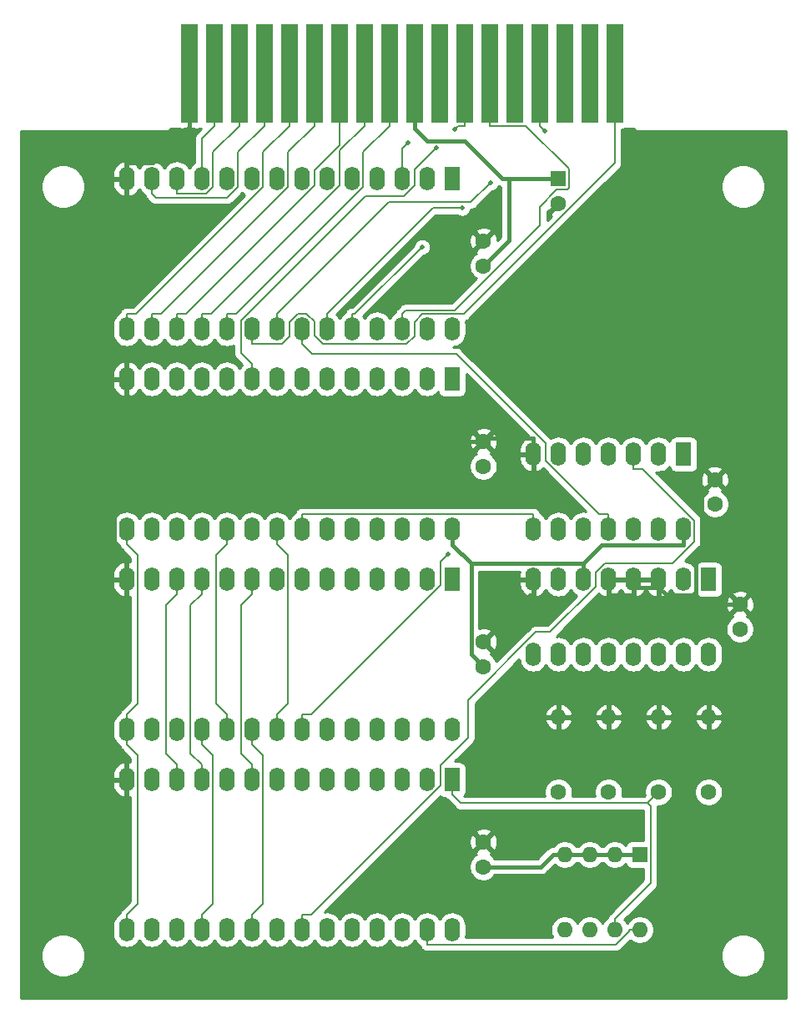
<source format=gbl>
G04 #@! TF.GenerationSoftware,KiCad,Pcbnew,(5.1.9)-1*
G04 #@! TF.CreationDate,2025-03-23T14:17:03+09:00*
G04 #@! TF.ProjectId,PYUUTA16k,50595555-5441-4313-966b-2e6b69636164,rev?*
G04 #@! TF.SameCoordinates,PX53920b0PY93c3260*
G04 #@! TF.FileFunction,Copper,L2,Bot*
G04 #@! TF.FilePolarity,Positive*
%FSLAX46Y46*%
G04 Gerber Fmt 4.6, Leading zero omitted, Abs format (unit mm)*
G04 Created by KiCad (PCBNEW (5.1.9)-1) date 2025-03-23 14:17:03*
%MOMM*%
%LPD*%
G01*
G04 APERTURE LIST*
G04 #@! TA.AperFunction,ComponentPad*
%ADD10C,1.600000*%
G04 #@! TD*
G04 #@! TA.AperFunction,ConnectorPad*
%ADD11R,1.780000X10.000000*%
G04 #@! TD*
G04 #@! TA.AperFunction,ComponentPad*
%ADD12O,1.600000X1.600000*%
G04 #@! TD*
G04 #@! TA.AperFunction,ComponentPad*
%ADD13R,1.600000X1.600000*%
G04 #@! TD*
G04 #@! TA.AperFunction,ComponentPad*
%ADD14R,1.600000X2.400000*%
G04 #@! TD*
G04 #@! TA.AperFunction,ComponentPad*
%ADD15O,1.600000X2.400000*%
G04 #@! TD*
G04 #@! TA.AperFunction,ViaPad*
%ADD16C,0.500000*%
G04 #@! TD*
G04 #@! TA.AperFunction,Conductor*
%ADD17C,0.400000*%
G04 #@! TD*
G04 #@! TA.AperFunction,Conductor*
%ADD18C,0.200000*%
G04 #@! TD*
G04 #@! TA.AperFunction,Conductor*
%ADD19C,0.254000*%
G04 #@! TD*
G04 #@! TA.AperFunction,Conductor*
%ADD20C,0.100000*%
G04 #@! TD*
G04 APERTURE END LIST*
D10*
X71120000Y53300000D03*
X71120000Y50800000D03*
X73660000Y40640000D03*
X73660000Y38140000D03*
X47625000Y14010000D03*
X47625000Y16510000D03*
X47625000Y36830000D03*
X47625000Y34330000D03*
X47625000Y57150000D03*
X47625000Y54650000D03*
X47625000Y74970000D03*
X47625000Y77470000D03*
D11*
X17780000Y94500000D03*
X20320000Y94500000D03*
X22860000Y94500000D03*
X25400000Y94500000D03*
X27940000Y94500000D03*
X30480000Y94500000D03*
X33020000Y94500000D03*
X35560000Y94500000D03*
X38100000Y94500000D03*
X40640000Y94500000D03*
X43180000Y94500000D03*
X45720000Y94500000D03*
X48260000Y94500000D03*
X50800000Y94500000D03*
X53340000Y94500000D03*
X55880000Y94500000D03*
X58420000Y94500000D03*
X60960000Y94500000D03*
D10*
X70485000Y21590000D03*
D12*
X70485000Y29210000D03*
X65405000Y29210000D03*
D10*
X65405000Y21590000D03*
X60325000Y21590000D03*
D12*
X60325000Y29210000D03*
X55245000Y29210000D03*
D10*
X55245000Y21590000D03*
D13*
X63500000Y15240000D03*
D12*
X55880000Y7620000D03*
X60960000Y15240000D03*
X58420000Y7620000D03*
X58420000Y15240000D03*
X60960000Y7620000D03*
X55880000Y15240000D03*
X63500000Y7620000D03*
D14*
X44450000Y22860000D03*
D15*
X11430000Y7620000D03*
X41910000Y22860000D03*
X13970000Y7620000D03*
X39370000Y22860000D03*
X16510000Y7620000D03*
X36830000Y22860000D03*
X19050000Y7620000D03*
X34290000Y22860000D03*
X21590000Y7620000D03*
X31750000Y22860000D03*
X24130000Y7620000D03*
X29210000Y22860000D03*
X26670000Y7620000D03*
X26670000Y22860000D03*
X29210000Y7620000D03*
X24130000Y22860000D03*
X31750000Y7620000D03*
X21590000Y22860000D03*
X34290000Y7620000D03*
X19050000Y22860000D03*
X36830000Y7620000D03*
X16510000Y22860000D03*
X39370000Y7620000D03*
X13970000Y22860000D03*
X41910000Y7620000D03*
X11430000Y22860000D03*
X44450000Y7620000D03*
D14*
X44450000Y43180000D03*
D15*
X11430000Y27940000D03*
X41910000Y43180000D03*
X13970000Y27940000D03*
X39370000Y43180000D03*
X16510000Y27940000D03*
X36830000Y43180000D03*
X19050000Y27940000D03*
X34290000Y43180000D03*
X21590000Y27940000D03*
X31750000Y43180000D03*
X24130000Y27940000D03*
X29210000Y43180000D03*
X26670000Y27940000D03*
X26670000Y43180000D03*
X29210000Y27940000D03*
X24130000Y43180000D03*
X31750000Y27940000D03*
X21590000Y43180000D03*
X34290000Y27940000D03*
X19050000Y43180000D03*
X36830000Y27940000D03*
X16510000Y43180000D03*
X39370000Y27940000D03*
X13970000Y43180000D03*
X41910000Y27940000D03*
X11430000Y43180000D03*
X44450000Y27940000D03*
X44450000Y48260000D03*
X11430000Y63500000D03*
X41910000Y48260000D03*
X13970000Y63500000D03*
X39370000Y48260000D03*
X16510000Y63500000D03*
X36830000Y48260000D03*
X19050000Y63500000D03*
X34290000Y48260000D03*
X21590000Y63500000D03*
X31750000Y48260000D03*
X24130000Y63500000D03*
X29210000Y48260000D03*
X26670000Y63500000D03*
X26670000Y48260000D03*
X29210000Y63500000D03*
X24130000Y48260000D03*
X31750000Y63500000D03*
X21590000Y48260000D03*
X34290000Y63500000D03*
X19050000Y48260000D03*
X36830000Y63500000D03*
X16510000Y48260000D03*
X39370000Y63500000D03*
X13970000Y48260000D03*
X41910000Y63500000D03*
X11430000Y48260000D03*
D14*
X44450000Y63500000D03*
D15*
X44450000Y68580000D03*
X11430000Y83820000D03*
X41910000Y68580000D03*
X13970000Y83820000D03*
X39370000Y68580000D03*
X16510000Y83820000D03*
X36830000Y68580000D03*
X19050000Y83820000D03*
X34290000Y68580000D03*
X21590000Y83820000D03*
X31750000Y68580000D03*
X24130000Y83820000D03*
X29210000Y68580000D03*
X26670000Y83820000D03*
X26670000Y68580000D03*
X29210000Y83820000D03*
X24130000Y68580000D03*
X31750000Y83820000D03*
X21590000Y68580000D03*
X34290000Y83820000D03*
X19050000Y68580000D03*
X36830000Y83820000D03*
X16510000Y68580000D03*
X39370000Y83820000D03*
X13970000Y68580000D03*
X41910000Y83820000D03*
X11430000Y68580000D03*
D14*
X44450000Y83820000D03*
X70485000Y43180000D03*
D15*
X52705000Y35560000D03*
X67945000Y43180000D03*
X55245000Y35560000D03*
X65405000Y43180000D03*
X57785000Y35560000D03*
X62865000Y43180000D03*
X60325000Y35560000D03*
X60325000Y43180000D03*
X62865000Y35560000D03*
X57785000Y43180000D03*
X65405000Y35560000D03*
X55245000Y43180000D03*
X67945000Y35560000D03*
X52705000Y43180000D03*
X70485000Y35560000D03*
D14*
X67945000Y55880000D03*
D15*
X52705000Y48260000D03*
X65405000Y55880000D03*
X55245000Y48260000D03*
X62865000Y55880000D03*
X57785000Y48260000D03*
X60325000Y55880000D03*
X60325000Y48260000D03*
X57785000Y55880000D03*
X62865000Y48260000D03*
X55245000Y55880000D03*
X65405000Y48260000D03*
X52705000Y55880000D03*
X67945000Y48260000D03*
D13*
X55245000Y83820000D03*
D10*
X55245000Y81320000D03*
D16*
X39970000Y87492000D03*
X45457800Y80837900D03*
X48379500Y83439900D03*
X41407700Y76886000D03*
X44737100Y88836100D03*
X42875800Y86974800D03*
X53895000Y88692000D03*
X44074900Y45703900D03*
D17*
X67945000Y48260000D02*
X67945000Y46659700D01*
X67945000Y46659700D02*
X59664400Y46659700D01*
X59664400Y46659700D02*
X57785000Y44780300D01*
X46382000Y44780300D02*
X46382000Y35573000D01*
X46382000Y35573000D02*
X47625000Y34330000D01*
X44450000Y46659700D02*
X44502600Y46659700D01*
X44502600Y46659700D02*
X46382000Y44780300D01*
X46382000Y44780300D02*
X57785000Y44780300D01*
X57785000Y43180000D02*
X57785000Y44780300D01*
X44450000Y48260000D02*
X44450000Y46659700D01*
X50206600Y83820000D02*
X55245000Y83820000D01*
X40640000Y94500000D02*
X40640000Y88900000D01*
X40640000Y88900000D02*
X41910000Y87630000D01*
X41910000Y87630000D02*
X45720000Y87630000D01*
X45720000Y87630000D02*
X49530000Y83820000D01*
X49530000Y83820000D02*
X50206600Y83820000D01*
X47625000Y74970000D02*
X50206600Y77551600D01*
X50206600Y77551600D02*
X50206600Y83820000D01*
X55880000Y15240000D02*
X54679700Y15240000D01*
X47625000Y14010000D02*
X53449700Y14010000D01*
X53449700Y14010000D02*
X54679700Y15240000D01*
X60960000Y15240000D02*
X63500000Y15240000D01*
X58420000Y15240000D02*
X60960000Y15240000D01*
X55880000Y15240000D02*
X58420000Y15240000D01*
X65405000Y29210000D02*
X69284700Y29210000D01*
X60325000Y29210000D02*
X65405000Y29210000D01*
X70485000Y29210000D02*
X69284700Y29210000D01*
X55245000Y29210000D02*
X60325000Y29210000D01*
X69215000Y41564300D02*
X69215000Y45331100D01*
X69215000Y45331100D02*
X69820300Y45936400D01*
X69820300Y45936400D02*
X69820300Y52000400D01*
X69820300Y52000400D02*
X69820400Y52000400D01*
X69820400Y52000400D02*
X71120000Y53300000D01*
X73660000Y40640000D02*
X70139300Y40640000D01*
X70139300Y40640000D02*
X69215000Y41564300D01*
X65405000Y42379900D02*
X66220600Y41564300D01*
X66220600Y41564300D02*
X69215000Y41564300D01*
X16179700Y57150000D02*
X11430000Y61899700D01*
X47625000Y57150000D02*
X16179700Y57150000D01*
X16179700Y57150000D02*
X10166000Y51136300D01*
X10166000Y51136300D02*
X10166000Y46044300D01*
X10166000Y46044300D02*
X11430000Y44780300D01*
X11430000Y43180000D02*
X11430000Y44780300D01*
X11430000Y63500000D02*
X11430000Y61899700D01*
X52705000Y57480300D02*
X47955300Y57480300D01*
X47955300Y57480300D02*
X47625000Y57150000D01*
X62865000Y42379900D02*
X65405000Y42379900D01*
X65405000Y43180000D02*
X65405000Y42379900D01*
X62865000Y42379900D02*
X62865000Y41579700D01*
X62865000Y43180000D02*
X62865000Y42379900D01*
X60325000Y43180000D02*
X60325000Y41579700D01*
X60325000Y41579700D02*
X62865000Y41579700D01*
X11430000Y83820000D02*
X11430000Y85420300D01*
X17780000Y94500000D02*
X17780000Y89099700D01*
X17780000Y89099700D02*
X14100600Y85420300D01*
X14100600Y85420300D02*
X11430000Y85420300D01*
X52705000Y43180000D02*
X52705000Y41579700D01*
X52705000Y41579700D02*
X52374700Y41579700D01*
X52374700Y41579700D02*
X47625000Y36830000D01*
X52705000Y55880000D02*
X52705000Y57480300D01*
D18*
X38100000Y94500000D02*
X38100000Y89199700D01*
X21590000Y68580000D02*
X21590000Y70080300D01*
X21590000Y70080300D02*
X22527700Y70080300D01*
X22527700Y70080300D02*
X35418400Y82971000D01*
X35418400Y82971000D02*
X35418400Y86518100D01*
X35418400Y86518100D02*
X38100000Y89199700D01*
X21590000Y27940000D02*
X21590000Y29440300D01*
X21590000Y48260000D02*
X21590000Y46759700D01*
X21590000Y46759700D02*
X20478800Y45648500D01*
X20478800Y45648500D02*
X20478800Y30551500D01*
X20478800Y30551500D02*
X21590000Y29440300D01*
X19050000Y7620000D02*
X19050000Y9120300D01*
X19050000Y27940000D02*
X19050000Y26439700D01*
X19050000Y26439700D02*
X20161100Y25328600D01*
X20161100Y25328600D02*
X20161100Y10231400D01*
X20161100Y10231400D02*
X19050000Y9120300D01*
X35560000Y94500000D02*
X35560000Y89199700D01*
X19050000Y68580000D02*
X19050000Y70080300D01*
X19050000Y70080300D02*
X19987700Y70080300D01*
X19987700Y70080300D02*
X33066100Y83158700D01*
X33066100Y83158700D02*
X33066100Y86705800D01*
X33066100Y86705800D02*
X35560000Y89199700D01*
X16510000Y68580000D02*
X16510000Y70080300D01*
X16510000Y70080300D02*
X17447700Y70080300D01*
X17447700Y70080300D02*
X30480000Y83112600D01*
X30480000Y83112600D02*
X30480000Y84686000D01*
X30480000Y84686000D02*
X33020000Y87226000D01*
X33020000Y87226000D02*
X33020000Y94500000D01*
X30480000Y94500000D02*
X30480000Y89199700D01*
X13970000Y68580000D02*
X13970000Y70080300D01*
X13970000Y70080300D02*
X14907700Y70080300D01*
X14907700Y70080300D02*
X27798400Y82971000D01*
X27798400Y82971000D02*
X27798400Y86518100D01*
X27798400Y86518100D02*
X30480000Y89199700D01*
X11430000Y27940000D02*
X11430000Y29440300D01*
X11430000Y48260000D02*
X11430000Y46759700D01*
X11430000Y46759700D02*
X12541100Y45648600D01*
X12541100Y45648600D02*
X12541100Y30551400D01*
X12541100Y30551400D02*
X11430000Y29440300D01*
X11430000Y7620000D02*
X11430000Y9120300D01*
X11430000Y27940000D02*
X11430000Y26439700D01*
X11430000Y26439700D02*
X12541100Y25328600D01*
X12541100Y25328600D02*
X12541100Y10231400D01*
X12541100Y10231400D02*
X11430000Y9120300D01*
X27940000Y94500000D02*
X27940000Y89199700D01*
X11430000Y68580000D02*
X11430000Y70080300D01*
X11430000Y70080300D02*
X12367700Y70080300D01*
X12367700Y70080300D02*
X25258400Y82971000D01*
X25258400Y82971000D02*
X25258400Y86518100D01*
X25258400Y86518100D02*
X27940000Y89199700D01*
X25400000Y94500000D02*
X25400000Y89199700D01*
X13970000Y83820000D02*
X13970000Y82319700D01*
X13970000Y82319700D02*
X14383900Y81905800D01*
X14383900Y81905800D02*
X21634700Y81905800D01*
X21634700Y81905800D02*
X22718400Y82989500D01*
X22718400Y82989500D02*
X22718400Y86518100D01*
X22718400Y86518100D02*
X25400000Y89199700D01*
X16510000Y22860000D02*
X16510000Y24360300D01*
X16510000Y43180000D02*
X16510000Y41679700D01*
X16510000Y41679700D02*
X15398800Y40568500D01*
X15398800Y40568500D02*
X15398800Y25471500D01*
X15398800Y25471500D02*
X16510000Y24360300D01*
X22860000Y94500000D02*
X22860000Y89199700D01*
X16510000Y83820000D02*
X16510000Y82319700D01*
X16510000Y82319700D02*
X19513200Y82319700D01*
X19513200Y82319700D02*
X20178400Y82984900D01*
X20178400Y82984900D02*
X20178400Y86518100D01*
X20178400Y86518100D02*
X22860000Y89199700D01*
X20320000Y94500000D02*
X20320000Y89199700D01*
X19050000Y83820000D02*
X19050000Y87929700D01*
X19050000Y87929700D02*
X20320000Y89199700D01*
X19050000Y22860000D02*
X19050000Y24360300D01*
X19050000Y43180000D02*
X19050000Y41679700D01*
X19050000Y41679700D02*
X17900100Y40529800D01*
X17900100Y40529800D02*
X17900100Y25510200D01*
X17900100Y25510200D02*
X19050000Y24360300D01*
X39370000Y83820000D02*
X39370000Y86892000D01*
X39370000Y86892000D02*
X39970000Y87492000D01*
X48260000Y89199700D02*
X51946300Y89199700D01*
X51946300Y89199700D02*
X56345400Y84800600D01*
X56345400Y84800600D02*
X56345400Y82870100D01*
X56345400Y82870100D02*
X56187000Y82711700D01*
X56187000Y82711700D02*
X55078100Y82711700D01*
X55078100Y82711700D02*
X53350300Y80983900D01*
X53350300Y80983900D02*
X53350300Y79116700D01*
X53350300Y79116700D02*
X44714200Y70480600D01*
X44714200Y70480600D02*
X39770300Y70480600D01*
X39770300Y70480600D02*
X39370000Y70080300D01*
X48260000Y94500000D02*
X48260000Y89199700D01*
X39370000Y68580000D02*
X39370000Y70080300D01*
X31750000Y70080300D02*
X42507600Y80837900D01*
X42507600Y80837900D02*
X45457800Y80837900D01*
X31750000Y68580000D02*
X31750000Y70080300D01*
X26670000Y68580000D02*
X26670000Y70080300D01*
X26670000Y70080300D02*
X38015300Y81425600D01*
X38015300Y81425600D02*
X46365200Y81425600D01*
X46365200Y81425600D02*
X48379500Y83439900D01*
X26670000Y27940000D02*
X26670000Y29440300D01*
X26670000Y48260000D02*
X26670000Y46759700D01*
X26670000Y46759700D02*
X27781100Y45648600D01*
X27781100Y45648600D02*
X27781100Y30551400D01*
X27781100Y30551400D02*
X26670000Y29440300D01*
X34290000Y68580000D02*
X34290000Y70080300D01*
X34290000Y70080300D02*
X34602000Y70080300D01*
X34602000Y70080300D02*
X41407700Y76886000D01*
X29210000Y68580000D02*
X29210000Y67079700D01*
X60325000Y48260000D02*
X60325000Y49760300D01*
X60325000Y49760300D02*
X59387300Y49760300D01*
X59387300Y49760300D02*
X53914200Y55233400D01*
X53914200Y55233400D02*
X53914200Y56995200D01*
X53914200Y56995200D02*
X44896400Y66013000D01*
X44896400Y66013000D02*
X30276700Y66013000D01*
X30276700Y66013000D02*
X29210000Y67079700D01*
X24130000Y65000300D02*
X23029400Y66100900D01*
X23029400Y66100900D02*
X23029400Y69436400D01*
X23029400Y69436400D02*
X35653900Y82060900D01*
X35653900Y82060900D02*
X39572800Y82060900D01*
X39572800Y82060900D02*
X40640000Y83128100D01*
X40640000Y83128100D02*
X40640000Y84739000D01*
X40640000Y84739000D02*
X42875800Y86974800D01*
X45720000Y89199700D02*
X45100700Y89199700D01*
X45100700Y89199700D02*
X44737100Y88836100D01*
X24130000Y63500000D02*
X24130000Y65000300D01*
X45720000Y94500000D02*
X45720000Y89199700D01*
X24130000Y24360300D02*
X23028500Y25461800D01*
X23028500Y25461800D02*
X23028500Y40578200D01*
X23028500Y40578200D02*
X24130000Y41679700D01*
X24130000Y22860000D02*
X24130000Y24360300D01*
X24130000Y43180000D02*
X24130000Y41679700D01*
X53340000Y94500000D02*
X53340000Y89199700D01*
X53895000Y88692000D02*
X53387300Y89199700D01*
X53387300Y89199700D02*
X53340000Y89199700D01*
X24130000Y68580000D02*
X24130000Y67079700D01*
X24130000Y67079700D02*
X27168600Y67079700D01*
X27168600Y67079700D02*
X27940000Y67851100D01*
X27940000Y67851100D02*
X27940000Y69273600D01*
X27940000Y69273600D02*
X28790400Y70124000D01*
X28790400Y70124000D02*
X29683900Y70124000D01*
X29683900Y70124000D02*
X30480000Y69327900D01*
X30480000Y69327900D02*
X30480000Y67878700D01*
X30480000Y67878700D02*
X31312300Y67046400D01*
X31312300Y67046400D02*
X39824400Y67046400D01*
X39824400Y67046400D02*
X40640000Y67862000D01*
X40640000Y67862000D02*
X40640000Y69291800D01*
X40640000Y69291800D02*
X41428500Y70080300D01*
X41428500Y70080300D02*
X45620100Y70080300D01*
X45620100Y70080300D02*
X60960000Y85420200D01*
X60960000Y85420200D02*
X60960000Y94500000D01*
X24130000Y7620000D02*
X24130000Y9120300D01*
X24130000Y27940000D02*
X24130000Y26439700D01*
X24130000Y26439700D02*
X25241100Y25328600D01*
X25241100Y25328600D02*
X25241100Y10231400D01*
X25241100Y10231400D02*
X24130000Y9120300D01*
X41910000Y7620000D02*
X41910000Y6119700D01*
X63500000Y7620000D02*
X62399700Y7620000D01*
X62399700Y7620000D02*
X62399700Y7482500D01*
X62399700Y7482500D02*
X61036900Y6119700D01*
X61036900Y6119700D02*
X41910000Y6119700D01*
X60960000Y7620000D02*
X60960000Y8720300D01*
X64272400Y20457400D02*
X65405000Y21590000D01*
X44450000Y21359700D02*
X45352300Y20457400D01*
X45352300Y20457400D02*
X64272400Y20457400D01*
X60960000Y8720300D02*
X64600400Y12360700D01*
X64600400Y12360700D02*
X64600400Y20129400D01*
X64600400Y20129400D02*
X64272400Y20457400D01*
X44450000Y22860000D02*
X44450000Y21359700D01*
X29210000Y7620000D02*
X29210000Y9120300D01*
X62865000Y55880000D02*
X62865000Y54379700D01*
X62865000Y54379700D02*
X63802700Y54379700D01*
X63802700Y54379700D02*
X69060000Y49122400D01*
X69060000Y49122400D02*
X69060000Y47037000D01*
X69060000Y47037000D02*
X66827800Y44804800D01*
X66827800Y44804800D02*
X59991400Y44804800D01*
X59991400Y44804800D02*
X59055000Y43868400D01*
X59055000Y43868400D02*
X59055000Y42456900D01*
X59055000Y42456900D02*
X54415300Y37817200D01*
X54415300Y37817200D02*
X52974000Y37817200D01*
X52974000Y37817200D02*
X46073300Y30916500D01*
X46073300Y30916500D02*
X46073300Y27084100D01*
X46073300Y27084100D02*
X43321700Y24332500D01*
X43321700Y24332500D02*
X43321700Y22253900D01*
X43321700Y22253900D02*
X30188100Y9120300D01*
X30188100Y9120300D02*
X29210000Y9120300D01*
X29210000Y27940000D02*
X29210000Y29440300D01*
X44074900Y45703900D02*
X43321700Y44950700D01*
X43321700Y44950700D02*
X43321700Y42573900D01*
X43321700Y42573900D02*
X30188100Y29440300D01*
X30188100Y29440300D02*
X29210000Y29440300D01*
X29210000Y48260000D02*
X29210000Y49760300D01*
X52705000Y48260000D02*
X52705000Y49760300D01*
X52705000Y49760300D02*
X29210000Y49760300D01*
D19*
X16890000Y88861928D02*
X17494250Y88865000D01*
X17502250Y88873000D01*
X18057750Y88873000D01*
X18065750Y88865000D01*
X18670000Y88861928D01*
X18782420Y88873000D01*
X18953854Y88873000D01*
X18555808Y88474954D01*
X18527763Y88451938D01*
X18435914Y88340020D01*
X18401843Y88276277D01*
X18367664Y88212333D01*
X18325635Y88073785D01*
X18311444Y87929700D01*
X18315001Y87893585D01*
X18315000Y85454263D01*
X18248900Y85418932D01*
X18030393Y85239608D01*
X17851068Y85021101D01*
X17780000Y84888142D01*
X17708932Y85021101D01*
X17529608Y85239608D01*
X17311101Y85418932D01*
X17061808Y85552182D01*
X16791309Y85634236D01*
X16510000Y85661943D01*
X16228692Y85634236D01*
X15958193Y85552182D01*
X15708900Y85418932D01*
X15490393Y85239608D01*
X15311068Y85021101D01*
X15240000Y84888142D01*
X15168932Y85021101D01*
X14989608Y85239608D01*
X14771101Y85418932D01*
X14521808Y85552182D01*
X14251309Y85634236D01*
X13970000Y85661943D01*
X13688692Y85634236D01*
X13418193Y85552182D01*
X13168900Y85418932D01*
X12950393Y85239608D01*
X12771068Y85021101D01*
X12702735Y84893259D01*
X12552601Y85122839D01*
X12354895Y85324500D01*
X12121646Y85483715D01*
X11861818Y85594367D01*
X11779039Y85611904D01*
X11557000Y85489915D01*
X11557000Y83947000D01*
X11577000Y83947000D01*
X11577000Y83693000D01*
X11557000Y83693000D01*
X11557000Y82150085D01*
X11779039Y82028096D01*
X11861818Y82045633D01*
X12121646Y82156285D01*
X12354895Y82315500D01*
X12552601Y82517161D01*
X12702735Y82746742D01*
X12771068Y82618900D01*
X12950392Y82400393D01*
X13168899Y82221068D01*
X13245174Y82180298D01*
X13245635Y82175615D01*
X13286869Y82039687D01*
X13287664Y82037067D01*
X13355914Y81909380D01*
X13447763Y81797462D01*
X13475807Y81774447D01*
X13838641Y81411613D01*
X13861662Y81383562D01*
X13973580Y81291713D01*
X14101267Y81223463D01*
X14197786Y81194184D01*
X14239814Y81181435D01*
X14383900Y81167244D01*
X14420005Y81170800D01*
X21598595Y81170800D01*
X21634700Y81167244D01*
X21670805Y81170800D01*
X21778785Y81181435D01*
X21917333Y81223463D01*
X22045020Y81291713D01*
X22156938Y81383562D01*
X22179958Y81411612D01*
X23142439Y82374092D01*
X23328899Y82221068D01*
X23420213Y82172260D01*
X12063254Y70815300D01*
X11466105Y70815300D01*
X11430000Y70818856D01*
X11393895Y70815300D01*
X11285915Y70804665D01*
X11147367Y70762637D01*
X11019680Y70694387D01*
X10907762Y70602538D01*
X10815913Y70490620D01*
X10747663Y70362933D01*
X10705635Y70224385D01*
X10705174Y70219701D01*
X10628900Y70178932D01*
X10410393Y69999608D01*
X10231068Y69781101D01*
X10097818Y69531808D01*
X10015764Y69261309D01*
X9995000Y69050492D01*
X9995000Y68109509D01*
X10015764Y67898692D01*
X10097818Y67628193D01*
X10231068Y67378900D01*
X10410392Y67160393D01*
X10628899Y66981068D01*
X10878192Y66847818D01*
X11148691Y66765764D01*
X11430000Y66738057D01*
X11711308Y66765764D01*
X11981807Y66847818D01*
X12231100Y66981068D01*
X12449607Y67160392D01*
X12628932Y67378899D01*
X12700000Y67511858D01*
X12771068Y67378900D01*
X12950392Y67160393D01*
X13168899Y66981068D01*
X13418192Y66847818D01*
X13688691Y66765764D01*
X13970000Y66738057D01*
X14251308Y66765764D01*
X14521807Y66847818D01*
X14771100Y66981068D01*
X14989607Y67160392D01*
X15168932Y67378899D01*
X15240000Y67511858D01*
X15311068Y67378900D01*
X15490392Y67160393D01*
X15708899Y66981068D01*
X15958192Y66847818D01*
X16228691Y66765764D01*
X16510000Y66738057D01*
X16791308Y66765764D01*
X17061807Y66847818D01*
X17311100Y66981068D01*
X17529607Y67160392D01*
X17708932Y67378899D01*
X17780000Y67511858D01*
X17851068Y67378900D01*
X18030392Y67160393D01*
X18248899Y66981068D01*
X18498192Y66847818D01*
X18768691Y66765764D01*
X19050000Y66738057D01*
X19331308Y66765764D01*
X19601807Y66847818D01*
X19851100Y66981068D01*
X20069607Y67160392D01*
X20248932Y67378899D01*
X20320000Y67511858D01*
X20391068Y67378900D01*
X20570392Y67160393D01*
X20788899Y66981068D01*
X21038192Y66847818D01*
X21308691Y66765764D01*
X21590000Y66738057D01*
X21871308Y66765764D01*
X22141807Y66847818D01*
X22294400Y66929381D01*
X22294400Y66137005D01*
X22290844Y66100900D01*
X22294400Y66064796D01*
X22305035Y65956816D01*
X22347063Y65818268D01*
X22415313Y65690581D01*
X22507162Y65578663D01*
X22535208Y65555646D01*
X23143816Y64947037D01*
X23110393Y64919608D01*
X22931068Y64701101D01*
X22860000Y64568142D01*
X22788932Y64701101D01*
X22609608Y64919608D01*
X22391101Y65098932D01*
X22141808Y65232182D01*
X21871309Y65314236D01*
X21590000Y65341943D01*
X21308692Y65314236D01*
X21038193Y65232182D01*
X20788900Y65098932D01*
X20570393Y64919608D01*
X20391068Y64701101D01*
X20320000Y64568142D01*
X20248932Y64701101D01*
X20069608Y64919608D01*
X19851101Y65098932D01*
X19601808Y65232182D01*
X19331309Y65314236D01*
X19050000Y65341943D01*
X18768692Y65314236D01*
X18498193Y65232182D01*
X18248900Y65098932D01*
X18030393Y64919608D01*
X17851068Y64701101D01*
X17780000Y64568142D01*
X17708932Y64701101D01*
X17529608Y64919608D01*
X17311101Y65098932D01*
X17061808Y65232182D01*
X16791309Y65314236D01*
X16510000Y65341943D01*
X16228692Y65314236D01*
X15958193Y65232182D01*
X15708900Y65098932D01*
X15490393Y64919608D01*
X15311068Y64701101D01*
X15240000Y64568142D01*
X15168932Y64701101D01*
X14989608Y64919608D01*
X14771101Y65098932D01*
X14521808Y65232182D01*
X14251309Y65314236D01*
X13970000Y65341943D01*
X13688692Y65314236D01*
X13418193Y65232182D01*
X13168900Y65098932D01*
X12950393Y64919608D01*
X12771068Y64701101D01*
X12702735Y64573259D01*
X12552601Y64802839D01*
X12354895Y65004500D01*
X12121646Y65163715D01*
X11861818Y65274367D01*
X11779039Y65291904D01*
X11557000Y65169915D01*
X11557000Y63627000D01*
X11577000Y63627000D01*
X11577000Y63373000D01*
X11557000Y63373000D01*
X11557000Y61830085D01*
X11779039Y61708096D01*
X11861818Y61725633D01*
X12121646Y61836285D01*
X12354895Y61995500D01*
X12552601Y62197161D01*
X12702735Y62426742D01*
X12771068Y62298900D01*
X12950392Y62080393D01*
X13168899Y61901068D01*
X13418192Y61767818D01*
X13688691Y61685764D01*
X13970000Y61658057D01*
X14251308Y61685764D01*
X14521807Y61767818D01*
X14771100Y61901068D01*
X14989607Y62080392D01*
X15168932Y62298899D01*
X15240000Y62431858D01*
X15311068Y62298900D01*
X15490392Y62080393D01*
X15708899Y61901068D01*
X15958192Y61767818D01*
X16228691Y61685764D01*
X16510000Y61658057D01*
X16791308Y61685764D01*
X17061807Y61767818D01*
X17311100Y61901068D01*
X17529607Y62080392D01*
X17708932Y62298899D01*
X17780000Y62431858D01*
X17851068Y62298900D01*
X18030392Y62080393D01*
X18248899Y61901068D01*
X18498192Y61767818D01*
X18768691Y61685764D01*
X19050000Y61658057D01*
X19331308Y61685764D01*
X19601807Y61767818D01*
X19851100Y61901068D01*
X20069607Y62080392D01*
X20248932Y62298899D01*
X20320000Y62431858D01*
X20391068Y62298900D01*
X20570392Y62080393D01*
X20788899Y61901068D01*
X21038192Y61767818D01*
X21308691Y61685764D01*
X21590000Y61658057D01*
X21871308Y61685764D01*
X22141807Y61767818D01*
X22391100Y61901068D01*
X22609607Y62080392D01*
X22788932Y62298899D01*
X22860000Y62431858D01*
X22931068Y62298900D01*
X23110392Y62080393D01*
X23328899Y61901068D01*
X23578192Y61767818D01*
X23848691Y61685764D01*
X24130000Y61658057D01*
X24411308Y61685764D01*
X24681807Y61767818D01*
X24931100Y61901068D01*
X25149607Y62080392D01*
X25328932Y62298899D01*
X25400000Y62431858D01*
X25471068Y62298900D01*
X25650392Y62080393D01*
X25868899Y61901068D01*
X26118192Y61767818D01*
X26388691Y61685764D01*
X26670000Y61658057D01*
X26951308Y61685764D01*
X27221807Y61767818D01*
X27471100Y61901068D01*
X27689607Y62080392D01*
X27868932Y62298899D01*
X27940000Y62431858D01*
X28011068Y62298900D01*
X28190392Y62080393D01*
X28408899Y61901068D01*
X28658192Y61767818D01*
X28928691Y61685764D01*
X29210000Y61658057D01*
X29491308Y61685764D01*
X29761807Y61767818D01*
X30011100Y61901068D01*
X30229607Y62080392D01*
X30408932Y62298899D01*
X30480000Y62431858D01*
X30551068Y62298900D01*
X30730392Y62080393D01*
X30948899Y61901068D01*
X31198192Y61767818D01*
X31468691Y61685764D01*
X31750000Y61658057D01*
X32031308Y61685764D01*
X32301807Y61767818D01*
X32551100Y61901068D01*
X32769607Y62080392D01*
X32948932Y62298899D01*
X33020000Y62431858D01*
X33091068Y62298900D01*
X33270392Y62080393D01*
X33488899Y61901068D01*
X33738192Y61767818D01*
X34008691Y61685764D01*
X34290000Y61658057D01*
X34571308Y61685764D01*
X34841807Y61767818D01*
X35091100Y61901068D01*
X35309607Y62080392D01*
X35488932Y62298899D01*
X35560000Y62431858D01*
X35631068Y62298900D01*
X35810392Y62080393D01*
X36028899Y61901068D01*
X36278192Y61767818D01*
X36548691Y61685764D01*
X36830000Y61658057D01*
X37111308Y61685764D01*
X37381807Y61767818D01*
X37631100Y61901068D01*
X37849607Y62080392D01*
X38028932Y62298899D01*
X38100000Y62431858D01*
X38171068Y62298900D01*
X38350392Y62080393D01*
X38568899Y61901068D01*
X38818192Y61767818D01*
X39088691Y61685764D01*
X39370000Y61658057D01*
X39651308Y61685764D01*
X39921807Y61767818D01*
X40171100Y61901068D01*
X40389607Y62080392D01*
X40568932Y62298899D01*
X40640000Y62431858D01*
X40711068Y62298900D01*
X40890392Y62080393D01*
X41108899Y61901068D01*
X41358192Y61767818D01*
X41628691Y61685764D01*
X41910000Y61658057D01*
X42191308Y61685764D01*
X42461807Y61767818D01*
X42711100Y61901068D01*
X42929607Y62080392D01*
X43022419Y62193483D01*
X43024188Y62175518D01*
X43060498Y62055820D01*
X43119463Y61945506D01*
X43198815Y61848815D01*
X43295506Y61769463D01*
X43405820Y61710498D01*
X43525518Y61674188D01*
X43650000Y61661928D01*
X45250000Y61661928D01*
X45374482Y61674188D01*
X45494180Y61710498D01*
X45604494Y61769463D01*
X45701185Y61848815D01*
X45780537Y61945506D01*
X45839502Y62055820D01*
X45875812Y62175518D01*
X45888072Y62300000D01*
X45888072Y63981882D01*
X52232788Y57637165D01*
X52013354Y57543715D01*
X51780105Y57384500D01*
X51582399Y57182839D01*
X51427834Y56946483D01*
X51322350Y56684514D01*
X51270000Y56407000D01*
X51270000Y56007000D01*
X52578000Y56007000D01*
X52578000Y56027000D01*
X52832000Y56027000D01*
X52832000Y56007000D01*
X52852000Y56007000D01*
X52852000Y55753000D01*
X52832000Y55753000D01*
X52832000Y54210085D01*
X53054039Y54088096D01*
X53136818Y54105633D01*
X53396646Y54216285D01*
X53629895Y54375500D01*
X53680766Y54427388D01*
X58030378Y50077775D01*
X57785000Y50101943D01*
X57503692Y50074236D01*
X57233193Y49992182D01*
X56983900Y49858932D01*
X56765393Y49679608D01*
X56586068Y49461101D01*
X56515000Y49328142D01*
X56443932Y49461101D01*
X56264608Y49679608D01*
X56046101Y49858932D01*
X55796808Y49992182D01*
X55526309Y50074236D01*
X55245000Y50101943D01*
X54963692Y50074236D01*
X54693193Y49992182D01*
X54443900Y49858932D01*
X54225393Y49679608D01*
X54046068Y49461101D01*
X53975000Y49328142D01*
X53903932Y49461101D01*
X53724608Y49679608D01*
X53506101Y49858932D01*
X53429826Y49899702D01*
X53429365Y49904385D01*
X53387337Y50042933D01*
X53319087Y50170620D01*
X53227238Y50282538D01*
X53115320Y50374387D01*
X52987633Y50442637D01*
X52849085Y50484665D01*
X52741105Y50495300D01*
X52705000Y50498856D01*
X52668895Y50495300D01*
X29246105Y50495300D01*
X29210000Y50498856D01*
X29173895Y50495300D01*
X29065915Y50484665D01*
X28927367Y50442637D01*
X28799680Y50374387D01*
X28687762Y50282538D01*
X28595913Y50170620D01*
X28527663Y50042933D01*
X28485635Y49904385D01*
X28485174Y49899701D01*
X28408900Y49858932D01*
X28190393Y49679608D01*
X28011068Y49461101D01*
X27940000Y49328142D01*
X27868932Y49461101D01*
X27689608Y49679608D01*
X27471101Y49858932D01*
X27221808Y49992182D01*
X26951309Y50074236D01*
X26670000Y50101943D01*
X26388692Y50074236D01*
X26118193Y49992182D01*
X25868900Y49858932D01*
X25650393Y49679608D01*
X25471068Y49461101D01*
X25400000Y49328142D01*
X25328932Y49461101D01*
X25149608Y49679608D01*
X24931101Y49858932D01*
X24681808Y49992182D01*
X24411309Y50074236D01*
X24130000Y50101943D01*
X23848692Y50074236D01*
X23578193Y49992182D01*
X23328900Y49858932D01*
X23110393Y49679608D01*
X22931068Y49461101D01*
X22860000Y49328142D01*
X22788932Y49461101D01*
X22609608Y49679608D01*
X22391101Y49858932D01*
X22141808Y49992182D01*
X21871309Y50074236D01*
X21590000Y50101943D01*
X21308692Y50074236D01*
X21038193Y49992182D01*
X20788900Y49858932D01*
X20570393Y49679608D01*
X20391068Y49461101D01*
X20320000Y49328142D01*
X20248932Y49461101D01*
X20069608Y49679608D01*
X19851101Y49858932D01*
X19601808Y49992182D01*
X19331309Y50074236D01*
X19050000Y50101943D01*
X18768692Y50074236D01*
X18498193Y49992182D01*
X18248900Y49858932D01*
X18030393Y49679608D01*
X17851068Y49461101D01*
X17780000Y49328142D01*
X17708932Y49461101D01*
X17529608Y49679608D01*
X17311101Y49858932D01*
X17061808Y49992182D01*
X16791309Y50074236D01*
X16510000Y50101943D01*
X16228692Y50074236D01*
X15958193Y49992182D01*
X15708900Y49858932D01*
X15490393Y49679608D01*
X15311068Y49461101D01*
X15240000Y49328142D01*
X15168932Y49461101D01*
X14989608Y49679608D01*
X14771101Y49858932D01*
X14521808Y49992182D01*
X14251309Y50074236D01*
X13970000Y50101943D01*
X13688692Y50074236D01*
X13418193Y49992182D01*
X13168900Y49858932D01*
X12950393Y49679608D01*
X12771068Y49461101D01*
X12700000Y49328142D01*
X12628932Y49461101D01*
X12449608Y49679608D01*
X12231101Y49858932D01*
X11981808Y49992182D01*
X11711309Y50074236D01*
X11430000Y50101943D01*
X11148692Y50074236D01*
X10878193Y49992182D01*
X10628900Y49858932D01*
X10410393Y49679608D01*
X10231068Y49461101D01*
X10097818Y49211808D01*
X10015764Y48941309D01*
X9995000Y48730492D01*
X9995000Y47789509D01*
X10015764Y47578692D01*
X10097818Y47308193D01*
X10231068Y47058900D01*
X10410392Y46840393D01*
X10628899Y46661068D01*
X10705174Y46620298D01*
X10705635Y46615615D01*
X10727722Y46542806D01*
X10747664Y46477067D01*
X10815914Y46349380D01*
X10907763Y46237462D01*
X10935808Y46214446D01*
X11806100Y45344153D01*
X11806100Y44966171D01*
X11779039Y44971904D01*
X11557000Y44849915D01*
X11557000Y43307000D01*
X11577000Y43307000D01*
X11577000Y43053000D01*
X11557000Y43053000D01*
X11557000Y41510085D01*
X11779039Y41388096D01*
X11806100Y41393829D01*
X11806101Y30855848D01*
X10935808Y29985554D01*
X10907763Y29962538D01*
X10815914Y29850620D01*
X10764396Y29754236D01*
X10747664Y29722933D01*
X10705635Y29584385D01*
X10705174Y29579701D01*
X10628900Y29538932D01*
X10410393Y29359608D01*
X10231068Y29141101D01*
X10097818Y28891808D01*
X10015764Y28621309D01*
X9995000Y28410492D01*
X9995000Y27469509D01*
X10015764Y27258692D01*
X10097818Y26988193D01*
X10231068Y26738900D01*
X10410392Y26520393D01*
X10628899Y26341068D01*
X10705174Y26300298D01*
X10705635Y26295615D01*
X10738837Y26186165D01*
X10747664Y26157067D01*
X10815914Y26029380D01*
X10907763Y25917462D01*
X10935808Y25894446D01*
X11806100Y25024153D01*
X11806100Y24646171D01*
X11779039Y24651904D01*
X11557000Y24529915D01*
X11557000Y22987000D01*
X11577000Y22987000D01*
X11577000Y22733000D01*
X11557000Y22733000D01*
X11557000Y21190085D01*
X11779039Y21068096D01*
X11806100Y21073829D01*
X11806101Y10535848D01*
X10935808Y9665554D01*
X10907763Y9642538D01*
X10815914Y9530620D01*
X10769970Y9444665D01*
X10747664Y9402933D01*
X10705635Y9264385D01*
X10705174Y9259701D01*
X10628900Y9218932D01*
X10410393Y9039608D01*
X10231068Y8821101D01*
X10097818Y8571808D01*
X10015764Y8301309D01*
X9995000Y8090492D01*
X9995000Y7149509D01*
X10015764Y6938692D01*
X10097818Y6668193D01*
X10231068Y6418900D01*
X10410392Y6200393D01*
X10628899Y6021068D01*
X10878192Y5887818D01*
X11148691Y5805764D01*
X11430000Y5778057D01*
X11711308Y5805764D01*
X11981807Y5887818D01*
X12231100Y6021068D01*
X12449607Y6200392D01*
X12628932Y6418899D01*
X12700000Y6551858D01*
X12771068Y6418900D01*
X12950392Y6200393D01*
X13168899Y6021068D01*
X13418192Y5887818D01*
X13688691Y5805764D01*
X13970000Y5778057D01*
X14251308Y5805764D01*
X14521807Y5887818D01*
X14771100Y6021068D01*
X14989607Y6200392D01*
X15168932Y6418899D01*
X15240000Y6551858D01*
X15311068Y6418900D01*
X15490392Y6200393D01*
X15708899Y6021068D01*
X15958192Y5887818D01*
X16228691Y5805764D01*
X16510000Y5778057D01*
X16791308Y5805764D01*
X17061807Y5887818D01*
X17311100Y6021068D01*
X17529607Y6200392D01*
X17708932Y6418899D01*
X17780000Y6551858D01*
X17851068Y6418900D01*
X18030392Y6200393D01*
X18248899Y6021068D01*
X18498192Y5887818D01*
X18768691Y5805764D01*
X19050000Y5778057D01*
X19331308Y5805764D01*
X19601807Y5887818D01*
X19851100Y6021068D01*
X20069607Y6200392D01*
X20248932Y6418899D01*
X20320000Y6551858D01*
X20391068Y6418900D01*
X20570392Y6200393D01*
X20788899Y6021068D01*
X21038192Y5887818D01*
X21308691Y5805764D01*
X21590000Y5778057D01*
X21871308Y5805764D01*
X22141807Y5887818D01*
X22391100Y6021068D01*
X22609607Y6200392D01*
X22788932Y6418899D01*
X22860000Y6551858D01*
X22931068Y6418900D01*
X23110392Y6200393D01*
X23328899Y6021068D01*
X23578192Y5887818D01*
X23848691Y5805764D01*
X24130000Y5778057D01*
X24411308Y5805764D01*
X24681807Y5887818D01*
X24931100Y6021068D01*
X25149607Y6200392D01*
X25328932Y6418899D01*
X25400000Y6551858D01*
X25471068Y6418900D01*
X25650392Y6200393D01*
X25868899Y6021068D01*
X26118192Y5887818D01*
X26388691Y5805764D01*
X26670000Y5778057D01*
X26951308Y5805764D01*
X27221807Y5887818D01*
X27471100Y6021068D01*
X27689607Y6200392D01*
X27868932Y6418899D01*
X27940000Y6551858D01*
X28011068Y6418900D01*
X28190392Y6200393D01*
X28408899Y6021068D01*
X28658192Y5887818D01*
X28928691Y5805764D01*
X29210000Y5778057D01*
X29491308Y5805764D01*
X29761807Y5887818D01*
X30011100Y6021068D01*
X30229607Y6200392D01*
X30408932Y6418899D01*
X30480000Y6551858D01*
X30551068Y6418900D01*
X30730392Y6200393D01*
X30948899Y6021068D01*
X31198192Y5887818D01*
X31468691Y5805764D01*
X31750000Y5778057D01*
X32031308Y5805764D01*
X32301807Y5887818D01*
X32551100Y6021068D01*
X32769607Y6200392D01*
X32948932Y6418899D01*
X33020000Y6551858D01*
X33091068Y6418900D01*
X33270392Y6200393D01*
X33488899Y6021068D01*
X33738192Y5887818D01*
X34008691Y5805764D01*
X34290000Y5778057D01*
X34571308Y5805764D01*
X34841807Y5887818D01*
X35091100Y6021068D01*
X35309607Y6200392D01*
X35488932Y6418899D01*
X35560000Y6551858D01*
X35631068Y6418900D01*
X35810392Y6200393D01*
X36028899Y6021068D01*
X36278192Y5887818D01*
X36548691Y5805764D01*
X36830000Y5778057D01*
X37111308Y5805764D01*
X37381807Y5887818D01*
X37631100Y6021068D01*
X37849607Y6200392D01*
X38028932Y6418899D01*
X38100000Y6551858D01*
X38171068Y6418900D01*
X38350392Y6200393D01*
X38568899Y6021068D01*
X38818192Y5887818D01*
X39088691Y5805764D01*
X39370000Y5778057D01*
X39651308Y5805764D01*
X39921807Y5887818D01*
X40171100Y6021068D01*
X40389607Y6200392D01*
X40568932Y6418899D01*
X40640000Y6551858D01*
X40711068Y6418900D01*
X40890392Y6200393D01*
X41108899Y6021068D01*
X41185174Y5980298D01*
X41185635Y5975615D01*
X41227663Y5837067D01*
X41295913Y5709380D01*
X41387762Y5597462D01*
X41499680Y5505613D01*
X41627367Y5437363D01*
X41765915Y5395335D01*
X41873895Y5384700D01*
X41910000Y5381144D01*
X41946105Y5384700D01*
X61000795Y5384700D01*
X61036900Y5381144D01*
X61073005Y5384700D01*
X61180985Y5395335D01*
X61319533Y5437363D01*
X61447220Y5505613D01*
X61559138Y5597462D01*
X61582158Y5625512D01*
X62523625Y6566979D01*
X62585241Y6505363D01*
X62820273Y6348320D01*
X63081426Y6240147D01*
X63358665Y6185000D01*
X63641335Y6185000D01*
X63918574Y6240147D01*
X64179727Y6348320D01*
X64414759Y6505363D01*
X64614637Y6705241D01*
X64771680Y6940273D01*
X64879853Y7201426D01*
X64935000Y7478665D01*
X64935000Y7761335D01*
X64879853Y8038574D01*
X64771680Y8299727D01*
X64614637Y8534759D01*
X64414759Y8734637D01*
X64179727Y8891680D01*
X63918574Y8999853D01*
X63641335Y9055000D01*
X63358665Y9055000D01*
X63081426Y8999853D01*
X62820273Y8891680D01*
X62585241Y8734637D01*
X62385363Y8534759D01*
X62258324Y8344632D01*
X62255615Y8344365D01*
X62210914Y8330805D01*
X62074637Y8534759D01*
X61944271Y8665125D01*
X65094597Y11815450D01*
X65122637Y11838462D01*
X65145650Y11866503D01*
X65145653Y11866506D01*
X65170517Y11896803D01*
X65214487Y11950380D01*
X65282737Y12078067D01*
X65324765Y12216615D01*
X65335400Y12324595D01*
X65335400Y12324596D01*
X65338956Y12360699D01*
X65335400Y12396804D01*
X65335400Y20093296D01*
X65338956Y20129401D01*
X65336435Y20155000D01*
X65546335Y20155000D01*
X65823574Y20210147D01*
X66084727Y20318320D01*
X66319759Y20475363D01*
X66519637Y20675241D01*
X66676680Y20910273D01*
X66784853Y21171426D01*
X66840000Y21448665D01*
X66840000Y21731335D01*
X69050000Y21731335D01*
X69050000Y21448665D01*
X69105147Y21171426D01*
X69213320Y20910273D01*
X69370363Y20675241D01*
X69570241Y20475363D01*
X69805273Y20318320D01*
X70066426Y20210147D01*
X70343665Y20155000D01*
X70626335Y20155000D01*
X70903574Y20210147D01*
X71164727Y20318320D01*
X71399759Y20475363D01*
X71599637Y20675241D01*
X71756680Y20910273D01*
X71864853Y21171426D01*
X71920000Y21448665D01*
X71920000Y21731335D01*
X71864853Y22008574D01*
X71756680Y22269727D01*
X71599637Y22504759D01*
X71399759Y22704637D01*
X71164727Y22861680D01*
X70903574Y22969853D01*
X70626335Y23025000D01*
X70343665Y23025000D01*
X70066426Y22969853D01*
X69805273Y22861680D01*
X69570241Y22704637D01*
X69370363Y22504759D01*
X69213320Y22269727D01*
X69105147Y22008574D01*
X69050000Y21731335D01*
X66840000Y21731335D01*
X66784853Y22008574D01*
X66676680Y22269727D01*
X66519637Y22504759D01*
X66319759Y22704637D01*
X66084727Y22861680D01*
X65823574Y22969853D01*
X65546335Y23025000D01*
X65263665Y23025000D01*
X64986426Y22969853D01*
X64725273Y22861680D01*
X64490241Y22704637D01*
X64290363Y22504759D01*
X64133320Y22269727D01*
X64025147Y22008574D01*
X63970000Y21731335D01*
X63970000Y21448665D01*
X64012178Y21236624D01*
X63967954Y21192400D01*
X61709025Y21192400D01*
X61760000Y21448665D01*
X61760000Y21731335D01*
X61704853Y22008574D01*
X61596680Y22269727D01*
X61439637Y22504759D01*
X61239759Y22704637D01*
X61004727Y22861680D01*
X60743574Y22969853D01*
X60466335Y23025000D01*
X60183665Y23025000D01*
X59906426Y22969853D01*
X59645273Y22861680D01*
X59410241Y22704637D01*
X59210363Y22504759D01*
X59053320Y22269727D01*
X58945147Y22008574D01*
X58890000Y21731335D01*
X58890000Y21448665D01*
X58940975Y21192400D01*
X56629025Y21192400D01*
X56680000Y21448665D01*
X56680000Y21731335D01*
X56624853Y22008574D01*
X56516680Y22269727D01*
X56359637Y22504759D01*
X56159759Y22704637D01*
X55924727Y22861680D01*
X55663574Y22969853D01*
X55386335Y23025000D01*
X55103665Y23025000D01*
X54826426Y22969853D01*
X54565273Y22861680D01*
X54330241Y22704637D01*
X54130363Y22504759D01*
X53973320Y22269727D01*
X53865147Y22008574D01*
X53810000Y21731335D01*
X53810000Y21448665D01*
X53860975Y21192400D01*
X45681183Y21192400D01*
X45701185Y21208815D01*
X45780537Y21305506D01*
X45839502Y21415820D01*
X45875812Y21535518D01*
X45888072Y21660000D01*
X45888072Y24060000D01*
X45875812Y24184482D01*
X45839502Y24304180D01*
X45780537Y24414494D01*
X45701185Y24511185D01*
X45604494Y24590537D01*
X45494180Y24649502D01*
X45374482Y24685812D01*
X45250000Y24698072D01*
X44726718Y24698072D01*
X46567493Y26538846D01*
X46595538Y26561862D01*
X46687387Y26673780D01*
X46755637Y26801467D01*
X46797665Y26940015D01*
X46808300Y27047995D01*
X46811856Y27084099D01*
X46808300Y27120204D01*
X46808300Y28860960D01*
X53853091Y28860960D01*
X53947930Y28596119D01*
X54092615Y28354869D01*
X54281586Y28146481D01*
X54507580Y27978963D01*
X54761913Y27858754D01*
X54895961Y27818096D01*
X55118000Y27940085D01*
X55118000Y29083000D01*
X55372000Y29083000D01*
X55372000Y27940085D01*
X55594039Y27818096D01*
X55728087Y27858754D01*
X55982420Y27978963D01*
X56208414Y28146481D01*
X56397385Y28354869D01*
X56542070Y28596119D01*
X56636909Y28860960D01*
X58933091Y28860960D01*
X59027930Y28596119D01*
X59172615Y28354869D01*
X59361586Y28146481D01*
X59587580Y27978963D01*
X59841913Y27858754D01*
X59975961Y27818096D01*
X60198000Y27940085D01*
X60198000Y29083000D01*
X60452000Y29083000D01*
X60452000Y27940085D01*
X60674039Y27818096D01*
X60808087Y27858754D01*
X61062420Y27978963D01*
X61288414Y28146481D01*
X61477385Y28354869D01*
X61622070Y28596119D01*
X61716909Y28860960D01*
X64013091Y28860960D01*
X64107930Y28596119D01*
X64252615Y28354869D01*
X64441586Y28146481D01*
X64667580Y27978963D01*
X64921913Y27858754D01*
X65055961Y27818096D01*
X65278000Y27940085D01*
X65278000Y29083000D01*
X65532000Y29083000D01*
X65532000Y27940085D01*
X65754039Y27818096D01*
X65888087Y27858754D01*
X66142420Y27978963D01*
X66368414Y28146481D01*
X66557385Y28354869D01*
X66702070Y28596119D01*
X66796909Y28860960D01*
X69093091Y28860960D01*
X69187930Y28596119D01*
X69332615Y28354869D01*
X69521586Y28146481D01*
X69747580Y27978963D01*
X70001913Y27858754D01*
X70135961Y27818096D01*
X70358000Y27940085D01*
X70358000Y29083000D01*
X70612000Y29083000D01*
X70612000Y27940085D01*
X70834039Y27818096D01*
X70968087Y27858754D01*
X71222420Y27978963D01*
X71448414Y28146481D01*
X71637385Y28354869D01*
X71782070Y28596119D01*
X71876909Y28860960D01*
X71755624Y29083000D01*
X70612000Y29083000D01*
X70358000Y29083000D01*
X69214376Y29083000D01*
X69093091Y28860960D01*
X66796909Y28860960D01*
X66675624Y29083000D01*
X65532000Y29083000D01*
X65278000Y29083000D01*
X64134376Y29083000D01*
X64013091Y28860960D01*
X61716909Y28860960D01*
X61595624Y29083000D01*
X60452000Y29083000D01*
X60198000Y29083000D01*
X59054376Y29083000D01*
X58933091Y28860960D01*
X56636909Y28860960D01*
X56515624Y29083000D01*
X55372000Y29083000D01*
X55118000Y29083000D01*
X53974376Y29083000D01*
X53853091Y28860960D01*
X46808300Y28860960D01*
X46808300Y29559040D01*
X53853091Y29559040D01*
X53974376Y29337000D01*
X55118000Y29337000D01*
X55118000Y30479915D01*
X55372000Y30479915D01*
X55372000Y29337000D01*
X56515624Y29337000D01*
X56636909Y29559040D01*
X58933091Y29559040D01*
X59054376Y29337000D01*
X60198000Y29337000D01*
X60198000Y30479915D01*
X60452000Y30479915D01*
X60452000Y29337000D01*
X61595624Y29337000D01*
X61716909Y29559040D01*
X64013091Y29559040D01*
X64134376Y29337000D01*
X65278000Y29337000D01*
X65278000Y30479915D01*
X65532000Y30479915D01*
X65532000Y29337000D01*
X66675624Y29337000D01*
X66796909Y29559040D01*
X69093091Y29559040D01*
X69214376Y29337000D01*
X70358000Y29337000D01*
X70358000Y30479915D01*
X70612000Y30479915D01*
X70612000Y29337000D01*
X71755624Y29337000D01*
X71876909Y29559040D01*
X71782070Y29823881D01*
X71637385Y30065131D01*
X71448414Y30273519D01*
X71222420Y30441037D01*
X70968087Y30561246D01*
X70834039Y30601904D01*
X70612000Y30479915D01*
X70358000Y30479915D01*
X70135961Y30601904D01*
X70001913Y30561246D01*
X69747580Y30441037D01*
X69521586Y30273519D01*
X69332615Y30065131D01*
X69187930Y29823881D01*
X69093091Y29559040D01*
X66796909Y29559040D01*
X66702070Y29823881D01*
X66557385Y30065131D01*
X66368414Y30273519D01*
X66142420Y30441037D01*
X65888087Y30561246D01*
X65754039Y30601904D01*
X65532000Y30479915D01*
X65278000Y30479915D01*
X65055961Y30601904D01*
X64921913Y30561246D01*
X64667580Y30441037D01*
X64441586Y30273519D01*
X64252615Y30065131D01*
X64107930Y29823881D01*
X64013091Y29559040D01*
X61716909Y29559040D01*
X61622070Y29823881D01*
X61477385Y30065131D01*
X61288414Y30273519D01*
X61062420Y30441037D01*
X60808087Y30561246D01*
X60674039Y30601904D01*
X60452000Y30479915D01*
X60198000Y30479915D01*
X59975961Y30601904D01*
X59841913Y30561246D01*
X59587580Y30441037D01*
X59361586Y30273519D01*
X59172615Y30065131D01*
X59027930Y29823881D01*
X58933091Y29559040D01*
X56636909Y29559040D01*
X56542070Y29823881D01*
X56397385Y30065131D01*
X56208414Y30273519D01*
X55982420Y30441037D01*
X55728087Y30561246D01*
X55594039Y30601904D01*
X55372000Y30479915D01*
X55118000Y30479915D01*
X54895961Y30601904D01*
X54761913Y30561246D01*
X54507580Y30441037D01*
X54281586Y30273519D01*
X54092615Y30065131D01*
X53947930Y29823881D01*
X53853091Y29559040D01*
X46808300Y29559040D01*
X46808300Y30612054D01*
X51271413Y35075166D01*
X51290764Y34878692D01*
X51372818Y34608193D01*
X51506068Y34358900D01*
X51685392Y34140393D01*
X51903899Y33961068D01*
X52153192Y33827818D01*
X52423691Y33745764D01*
X52705000Y33718057D01*
X52986308Y33745764D01*
X53256807Y33827818D01*
X53506100Y33961068D01*
X53724607Y34140392D01*
X53903932Y34358899D01*
X53975000Y34491858D01*
X54046068Y34358900D01*
X54225392Y34140393D01*
X54443899Y33961068D01*
X54693192Y33827818D01*
X54963691Y33745764D01*
X55245000Y33718057D01*
X55526308Y33745764D01*
X55796807Y33827818D01*
X56046100Y33961068D01*
X56264607Y34140392D01*
X56443932Y34358899D01*
X56515000Y34491858D01*
X56586068Y34358900D01*
X56765392Y34140393D01*
X56983899Y33961068D01*
X57233192Y33827818D01*
X57503691Y33745764D01*
X57785000Y33718057D01*
X58066308Y33745764D01*
X58336807Y33827818D01*
X58586100Y33961068D01*
X58804607Y34140392D01*
X58983932Y34358899D01*
X59055000Y34491858D01*
X59126068Y34358900D01*
X59305392Y34140393D01*
X59523899Y33961068D01*
X59773192Y33827818D01*
X60043691Y33745764D01*
X60325000Y33718057D01*
X60606308Y33745764D01*
X60876807Y33827818D01*
X61126100Y33961068D01*
X61344607Y34140392D01*
X61523932Y34358899D01*
X61595000Y34491858D01*
X61666068Y34358900D01*
X61845392Y34140393D01*
X62063899Y33961068D01*
X62313192Y33827818D01*
X62583691Y33745764D01*
X62865000Y33718057D01*
X63146308Y33745764D01*
X63416807Y33827818D01*
X63666100Y33961068D01*
X63884607Y34140392D01*
X64063932Y34358899D01*
X64135000Y34491858D01*
X64206068Y34358900D01*
X64385392Y34140393D01*
X64603899Y33961068D01*
X64853192Y33827818D01*
X65123691Y33745764D01*
X65405000Y33718057D01*
X65686308Y33745764D01*
X65956807Y33827818D01*
X66206100Y33961068D01*
X66424607Y34140392D01*
X66603932Y34358899D01*
X66675000Y34491858D01*
X66746068Y34358900D01*
X66925392Y34140393D01*
X67143899Y33961068D01*
X67393192Y33827818D01*
X67663691Y33745764D01*
X67945000Y33718057D01*
X68226308Y33745764D01*
X68496807Y33827818D01*
X68746100Y33961068D01*
X68964607Y34140392D01*
X69143932Y34358899D01*
X69215000Y34491858D01*
X69286068Y34358900D01*
X69465392Y34140393D01*
X69683899Y33961068D01*
X69933192Y33827818D01*
X70203691Y33745764D01*
X70485000Y33718057D01*
X70766308Y33745764D01*
X71036807Y33827818D01*
X71286100Y33961068D01*
X71504607Y34140392D01*
X71683932Y34358899D01*
X71817182Y34608192D01*
X71899236Y34878691D01*
X71920000Y35089508D01*
X71920000Y36030491D01*
X71899236Y36241309D01*
X71817182Y36511808D01*
X71683932Y36761101D01*
X71504608Y36979608D01*
X71286101Y37158932D01*
X71036808Y37292182D01*
X70766309Y37374236D01*
X70485000Y37401943D01*
X70203692Y37374236D01*
X69933193Y37292182D01*
X69683900Y37158932D01*
X69465393Y36979608D01*
X69286068Y36761101D01*
X69215000Y36628142D01*
X69143932Y36761101D01*
X68964608Y36979608D01*
X68746101Y37158932D01*
X68496808Y37292182D01*
X68226309Y37374236D01*
X67945000Y37401943D01*
X67663692Y37374236D01*
X67393193Y37292182D01*
X67143900Y37158932D01*
X66925393Y36979608D01*
X66746068Y36761101D01*
X66675000Y36628142D01*
X66603932Y36761101D01*
X66424608Y36979608D01*
X66206101Y37158932D01*
X65956808Y37292182D01*
X65686309Y37374236D01*
X65405000Y37401943D01*
X65123692Y37374236D01*
X64853193Y37292182D01*
X64603900Y37158932D01*
X64385393Y36979608D01*
X64206068Y36761101D01*
X64135000Y36628142D01*
X64063932Y36761101D01*
X63884608Y36979608D01*
X63666101Y37158932D01*
X63416808Y37292182D01*
X63146309Y37374236D01*
X62865000Y37401943D01*
X62583692Y37374236D01*
X62313193Y37292182D01*
X62063900Y37158932D01*
X61845393Y36979608D01*
X61666068Y36761101D01*
X61595000Y36628142D01*
X61523932Y36761101D01*
X61344608Y36979608D01*
X61126101Y37158932D01*
X60876808Y37292182D01*
X60606309Y37374236D01*
X60325000Y37401943D01*
X60043692Y37374236D01*
X59773193Y37292182D01*
X59523900Y37158932D01*
X59305393Y36979608D01*
X59126068Y36761101D01*
X59055000Y36628142D01*
X58983932Y36761101D01*
X58804608Y36979608D01*
X58586101Y37158932D01*
X58336808Y37292182D01*
X58066309Y37374236D01*
X57785000Y37401943D01*
X57503692Y37374236D01*
X57233193Y37292182D01*
X56983900Y37158932D01*
X56765393Y36979608D01*
X56586068Y36761101D01*
X56515000Y36628142D01*
X56443932Y36761101D01*
X56264608Y36979608D01*
X56046101Y37158932D01*
X55796808Y37292182D01*
X55526309Y37374236D01*
X55245000Y37401943D01*
X55017036Y37379490D01*
X55918881Y38281335D01*
X72225000Y38281335D01*
X72225000Y37998665D01*
X72280147Y37721426D01*
X72388320Y37460273D01*
X72545363Y37225241D01*
X72745241Y37025363D01*
X72980273Y36868320D01*
X73241426Y36760147D01*
X73518665Y36705000D01*
X73801335Y36705000D01*
X74078574Y36760147D01*
X74339727Y36868320D01*
X74574759Y37025363D01*
X74774637Y37225241D01*
X74931680Y37460273D01*
X75039853Y37721426D01*
X75095000Y37998665D01*
X75095000Y38281335D01*
X75039853Y38558574D01*
X74931680Y38819727D01*
X74774637Y39054759D01*
X74574759Y39254637D01*
X74374131Y39388692D01*
X74401514Y39403329D01*
X74473097Y39647298D01*
X73660000Y40460395D01*
X72846903Y39647298D01*
X72918486Y39403329D01*
X72947341Y39389676D01*
X72745241Y39254637D01*
X72545363Y39054759D01*
X72388320Y38819727D01*
X72280147Y38558574D01*
X72225000Y38281335D01*
X55918881Y38281335D01*
X58207034Y40569488D01*
X72219783Y40569488D01*
X72261213Y40289870D01*
X72356397Y40023708D01*
X72423329Y39898486D01*
X72667298Y39826903D01*
X73480395Y40640000D01*
X73839605Y40640000D01*
X74652702Y39826903D01*
X74896671Y39898486D01*
X75017571Y40153996D01*
X75086300Y40428184D01*
X75100217Y40710512D01*
X75058787Y40990130D01*
X74963603Y41256292D01*
X74896671Y41381514D01*
X74652702Y41453097D01*
X73839605Y40640000D01*
X73480395Y40640000D01*
X72667298Y41453097D01*
X72423329Y41381514D01*
X72302429Y41126004D01*
X72233700Y40851816D01*
X72219783Y40569488D01*
X58207034Y40569488D01*
X59357007Y41719460D01*
X59400105Y41675500D01*
X59633354Y41516285D01*
X59893182Y41405633D01*
X59975961Y41388096D01*
X60198000Y41510085D01*
X60198000Y43053000D01*
X60452000Y43053000D01*
X60452000Y41510085D01*
X60674039Y41388096D01*
X60756818Y41405633D01*
X61016646Y41516285D01*
X61249895Y41675500D01*
X61447601Y41877161D01*
X61595000Y42102559D01*
X61742399Y41877161D01*
X61940105Y41675500D01*
X62173354Y41516285D01*
X62433182Y41405633D01*
X62515961Y41388096D01*
X62738000Y41510085D01*
X62738000Y43053000D01*
X62992000Y43053000D01*
X62992000Y41510085D01*
X63214039Y41388096D01*
X63296818Y41405633D01*
X63556646Y41516285D01*
X63789895Y41675500D01*
X63987601Y41877161D01*
X64135000Y42102559D01*
X64282399Y41877161D01*
X64480105Y41675500D01*
X64713354Y41516285D01*
X64973182Y41405633D01*
X65055961Y41388096D01*
X65278000Y41510085D01*
X65278000Y43053000D01*
X62992000Y43053000D01*
X62738000Y43053000D01*
X60452000Y43053000D01*
X60198000Y43053000D01*
X60178000Y43053000D01*
X60178000Y43307000D01*
X60198000Y43307000D01*
X60198000Y43327000D01*
X60452000Y43327000D01*
X60452000Y43307000D01*
X62738000Y43307000D01*
X62738000Y43327000D01*
X62992000Y43327000D01*
X62992000Y43307000D01*
X65278000Y43307000D01*
X65278000Y43327000D01*
X65532000Y43327000D01*
X65532000Y43307000D01*
X65552000Y43307000D01*
X65552000Y43053000D01*
X65532000Y43053000D01*
X65532000Y41510085D01*
X65754039Y41388096D01*
X65836818Y41405633D01*
X66096646Y41516285D01*
X66329895Y41675500D01*
X66527601Y41877161D01*
X66677735Y42106742D01*
X66746068Y41978900D01*
X66925392Y41760393D01*
X67143899Y41581068D01*
X67393192Y41447818D01*
X67663691Y41365764D01*
X67945000Y41338057D01*
X68226308Y41365764D01*
X68496807Y41447818D01*
X68746100Y41581068D01*
X68964607Y41760392D01*
X69057419Y41873483D01*
X69059188Y41855518D01*
X69095498Y41735820D01*
X69154463Y41625506D01*
X69233815Y41528815D01*
X69330506Y41449463D01*
X69440820Y41390498D01*
X69560518Y41354188D01*
X69685000Y41341928D01*
X71285000Y41341928D01*
X71409482Y41354188D01*
X71529180Y41390498D01*
X71639494Y41449463D01*
X71736185Y41528815D01*
X71815537Y41625506D01*
X71819383Y41632702D01*
X72846903Y41632702D01*
X73660000Y40819605D01*
X74473097Y41632702D01*
X74401514Y41876671D01*
X74146004Y41997571D01*
X73871816Y42066300D01*
X73589488Y42080217D01*
X73309870Y42038787D01*
X73043708Y41943603D01*
X72918486Y41876671D01*
X72846903Y41632702D01*
X71819383Y41632702D01*
X71874502Y41735820D01*
X71910812Y41855518D01*
X71923072Y41980000D01*
X71923072Y44380000D01*
X71910812Y44504482D01*
X71874502Y44624180D01*
X71815537Y44734494D01*
X71736185Y44831185D01*
X71639494Y44910537D01*
X71529180Y44969502D01*
X71409482Y45005812D01*
X71285000Y45018072D01*
X69685000Y45018072D01*
X69560518Y45005812D01*
X69440820Y44969502D01*
X69330506Y44910537D01*
X69233815Y44831185D01*
X69154463Y44734494D01*
X69095498Y44624180D01*
X69059188Y44504482D01*
X69057419Y44486518D01*
X68964608Y44599608D01*
X68746101Y44778932D01*
X68496808Y44912182D01*
X68226309Y44994236D01*
X68071891Y45009445D01*
X69554193Y46491746D01*
X69582238Y46514762D01*
X69674087Y46626680D01*
X69725889Y46723595D01*
X69742337Y46754366D01*
X69784365Y46892915D01*
X69798556Y47037000D01*
X69795000Y47073105D01*
X69795000Y49086295D01*
X69798556Y49122400D01*
X69784365Y49266486D01*
X69759037Y49349981D01*
X69742337Y49405033D01*
X69674087Y49532720D01*
X69630117Y49586297D01*
X69605253Y49616594D01*
X69605250Y49616597D01*
X69582237Y49644638D01*
X69554197Y49667649D01*
X68280511Y50941335D01*
X69685000Y50941335D01*
X69685000Y50658665D01*
X69740147Y50381426D01*
X69848320Y50120273D01*
X70005363Y49885241D01*
X70205241Y49685363D01*
X70440273Y49528320D01*
X70701426Y49420147D01*
X70978665Y49365000D01*
X71261335Y49365000D01*
X71538574Y49420147D01*
X71799727Y49528320D01*
X72034759Y49685363D01*
X72234637Y49885241D01*
X72391680Y50120273D01*
X72499853Y50381426D01*
X72555000Y50658665D01*
X72555000Y50941335D01*
X72499853Y51218574D01*
X72391680Y51479727D01*
X72234637Y51714759D01*
X72034759Y51914637D01*
X71834131Y52048692D01*
X71861514Y52063329D01*
X71933097Y52307298D01*
X71120000Y53120395D01*
X70306903Y52307298D01*
X70378486Y52063329D01*
X70407341Y52049676D01*
X70205241Y51914637D01*
X70005363Y51714759D01*
X69848320Y51479727D01*
X69740147Y51218574D01*
X69685000Y50941335D01*
X68280511Y50941335D01*
X65992358Y53229488D01*
X69679783Y53229488D01*
X69721213Y52949870D01*
X69816397Y52683708D01*
X69883329Y52558486D01*
X70127298Y52486903D01*
X70940395Y53300000D01*
X71299605Y53300000D01*
X72112702Y52486903D01*
X72356671Y52558486D01*
X72477571Y52813996D01*
X72546300Y53088184D01*
X72560217Y53370512D01*
X72518787Y53650130D01*
X72423603Y53916292D01*
X72356671Y54041514D01*
X72112702Y54113097D01*
X71299605Y53300000D01*
X70940395Y53300000D01*
X70127298Y54113097D01*
X69883329Y54041514D01*
X69762429Y53786004D01*
X69693700Y53511816D01*
X69679783Y53229488D01*
X65992358Y53229488D01*
X65159621Y54062225D01*
X65405000Y54038057D01*
X65686308Y54065764D01*
X65956807Y54147818D01*
X66206100Y54281068D01*
X66424607Y54460392D01*
X66517419Y54573483D01*
X66519188Y54555518D01*
X66555498Y54435820D01*
X66614463Y54325506D01*
X66693815Y54228815D01*
X66790506Y54149463D01*
X66900820Y54090498D01*
X67020518Y54054188D01*
X67145000Y54041928D01*
X68745000Y54041928D01*
X68869482Y54054188D01*
X68989180Y54090498D01*
X69099494Y54149463D01*
X69196185Y54228815D01*
X69248615Y54292702D01*
X70306903Y54292702D01*
X71120000Y53479605D01*
X71933097Y54292702D01*
X71861514Y54536671D01*
X71606004Y54657571D01*
X71331816Y54726300D01*
X71049488Y54740217D01*
X70769870Y54698787D01*
X70503708Y54603603D01*
X70378486Y54536671D01*
X70306903Y54292702D01*
X69248615Y54292702D01*
X69275537Y54325506D01*
X69334502Y54435820D01*
X69370812Y54555518D01*
X69383072Y54680000D01*
X69383072Y57080000D01*
X69370812Y57204482D01*
X69334502Y57324180D01*
X69275537Y57434494D01*
X69196185Y57531185D01*
X69099494Y57610537D01*
X68989180Y57669502D01*
X68869482Y57705812D01*
X68745000Y57718072D01*
X67145000Y57718072D01*
X67020518Y57705812D01*
X66900820Y57669502D01*
X66790506Y57610537D01*
X66693815Y57531185D01*
X66614463Y57434494D01*
X66555498Y57324180D01*
X66519188Y57204482D01*
X66517419Y57186518D01*
X66424608Y57299608D01*
X66206101Y57478932D01*
X65956808Y57612182D01*
X65686309Y57694236D01*
X65405000Y57721943D01*
X65123692Y57694236D01*
X64853193Y57612182D01*
X64603900Y57478932D01*
X64385393Y57299608D01*
X64206068Y57081101D01*
X64135000Y56948142D01*
X64063932Y57081101D01*
X63884608Y57299608D01*
X63666101Y57478932D01*
X63416808Y57612182D01*
X63146309Y57694236D01*
X62865000Y57721943D01*
X62583692Y57694236D01*
X62313193Y57612182D01*
X62063900Y57478932D01*
X61845393Y57299608D01*
X61666068Y57081101D01*
X61595000Y56948142D01*
X61523932Y57081101D01*
X61344608Y57299608D01*
X61126101Y57478932D01*
X60876808Y57612182D01*
X60606309Y57694236D01*
X60325000Y57721943D01*
X60043692Y57694236D01*
X59773193Y57612182D01*
X59523900Y57478932D01*
X59305393Y57299608D01*
X59126068Y57081101D01*
X59055000Y56948142D01*
X58983932Y57081101D01*
X58804608Y57299608D01*
X58586101Y57478932D01*
X58336808Y57612182D01*
X58066309Y57694236D01*
X57785000Y57721943D01*
X57503692Y57694236D01*
X57233193Y57612182D01*
X56983900Y57478932D01*
X56765393Y57299608D01*
X56586068Y57081101D01*
X56515000Y56948142D01*
X56443932Y57081101D01*
X56264608Y57299608D01*
X56046101Y57478932D01*
X55796808Y57612182D01*
X55526309Y57694236D01*
X55245000Y57721943D01*
X54963692Y57694236D01*
X54693193Y57612182D01*
X54460679Y57487901D01*
X54436438Y57517438D01*
X54408393Y57540454D01*
X45441659Y66507187D01*
X45418638Y66535238D01*
X45306720Y66627087D01*
X45179033Y66695337D01*
X45040485Y66737365D01*
X44932505Y66748000D01*
X44896400Y66751556D01*
X44860295Y66748000D01*
X44550951Y66748000D01*
X44731308Y66765764D01*
X45001807Y66847818D01*
X45251100Y66981068D01*
X45469607Y67160392D01*
X45648932Y67378899D01*
X45782182Y67628192D01*
X45864236Y67898691D01*
X45885000Y68109508D01*
X45885000Y69050491D01*
X45864236Y69261309D01*
X45829520Y69375754D01*
X45902733Y69397963D01*
X46030420Y69466213D01*
X46142338Y69558062D01*
X46165359Y69586113D01*
X59799374Y83220128D01*
X71765000Y83220128D01*
X71765000Y82779872D01*
X71850890Y82348075D01*
X72019369Y81941331D01*
X72263962Y81575271D01*
X72575271Y81263962D01*
X72941331Y81019369D01*
X73348075Y80850890D01*
X73779872Y80765000D01*
X74220128Y80765000D01*
X74651925Y80850890D01*
X75058669Y81019369D01*
X75424729Y81263962D01*
X75736038Y81575271D01*
X75980631Y81941331D01*
X76149110Y82348075D01*
X76235000Y82779872D01*
X76235000Y83220128D01*
X76149110Y83651925D01*
X75980631Y84058669D01*
X75736038Y84424729D01*
X75424729Y84736038D01*
X75058669Y84980631D01*
X74651925Y85149110D01*
X74220128Y85235000D01*
X73779872Y85235000D01*
X73348075Y85149110D01*
X72941331Y84980631D01*
X72575271Y84736038D01*
X72263962Y84424729D01*
X72019369Y84058669D01*
X71850890Y83651925D01*
X71765000Y83220128D01*
X59799374Y83220128D01*
X61454198Y84874951D01*
X61482237Y84897962D01*
X61505250Y84926003D01*
X61505253Y84926006D01*
X61574087Y85009880D01*
X61642337Y85137566D01*
X61684365Y85276115D01*
X61698556Y85420200D01*
X61695000Y85456305D01*
X61695000Y88861928D01*
X61850000Y88861928D01*
X61962420Y88873000D01*
X62854033Y88873000D01*
X62904052Y88812052D01*
X63004550Y88729575D01*
X63119207Y88668290D01*
X63243617Y88630550D01*
X63340581Y88621000D01*
X63373000Y88617807D01*
X63405419Y88621000D01*
X78334045Y88621000D01*
X78339956Y660000D01*
X660000Y660000D01*
X660000Y5220128D01*
X2765000Y5220128D01*
X2765000Y4779872D01*
X2850890Y4348075D01*
X3019369Y3941331D01*
X3263962Y3575271D01*
X3575271Y3263962D01*
X3941331Y3019369D01*
X4348075Y2850890D01*
X4779872Y2765000D01*
X5220128Y2765000D01*
X5651925Y2850890D01*
X6058669Y3019369D01*
X6424729Y3263962D01*
X6736038Y3575271D01*
X6980631Y3941331D01*
X7149110Y4348075D01*
X7235000Y4779872D01*
X7235000Y5220128D01*
X71765000Y5220128D01*
X71765000Y4779872D01*
X71850890Y4348075D01*
X72019369Y3941331D01*
X72263962Y3575271D01*
X72575271Y3263962D01*
X72941331Y3019369D01*
X73348075Y2850890D01*
X73779872Y2765000D01*
X74220128Y2765000D01*
X74651925Y2850890D01*
X75058669Y3019369D01*
X75424729Y3263962D01*
X75736038Y3575271D01*
X75980631Y3941331D01*
X76149110Y4348075D01*
X76235000Y4779872D01*
X76235000Y5220128D01*
X76149110Y5651925D01*
X75980631Y6058669D01*
X75736038Y6424729D01*
X75424729Y6736038D01*
X75058669Y6980631D01*
X74651925Y7149110D01*
X74220128Y7235000D01*
X73779872Y7235000D01*
X73348075Y7149110D01*
X72941331Y6980631D01*
X72575271Y6736038D01*
X72263962Y6424729D01*
X72019369Y6058669D01*
X71850890Y5651925D01*
X71765000Y5220128D01*
X7235000Y5220128D01*
X7149110Y5651925D01*
X6980631Y6058669D01*
X6736038Y6424729D01*
X6424729Y6736038D01*
X6058669Y6980631D01*
X5651925Y7149110D01*
X5220128Y7235000D01*
X4779872Y7235000D01*
X4348075Y7149110D01*
X3941331Y6980631D01*
X3575271Y6736038D01*
X3263962Y6424729D01*
X3019369Y6058669D01*
X2850890Y5651925D01*
X2765000Y5220128D01*
X660000Y5220128D01*
X660000Y22733000D01*
X9995000Y22733000D01*
X9995000Y22333000D01*
X10047350Y22055486D01*
X10152834Y21793517D01*
X10307399Y21557161D01*
X10505105Y21355500D01*
X10738354Y21196285D01*
X10998182Y21085633D01*
X11080961Y21068096D01*
X11303000Y21190085D01*
X11303000Y22733000D01*
X9995000Y22733000D01*
X660000Y22733000D01*
X660000Y23387000D01*
X9995000Y23387000D01*
X9995000Y22987000D01*
X11303000Y22987000D01*
X11303000Y24529915D01*
X11080961Y24651904D01*
X10998182Y24634367D01*
X10738354Y24523715D01*
X10505105Y24364500D01*
X10307399Y24162839D01*
X10152834Y23926483D01*
X10047350Y23664514D01*
X9995000Y23387000D01*
X660000Y23387000D01*
X660000Y43053000D01*
X9995000Y43053000D01*
X9995000Y42653000D01*
X10047350Y42375486D01*
X10152834Y42113517D01*
X10307399Y41877161D01*
X10505105Y41675500D01*
X10738354Y41516285D01*
X10998182Y41405633D01*
X11080961Y41388096D01*
X11303000Y41510085D01*
X11303000Y43053000D01*
X9995000Y43053000D01*
X660000Y43053000D01*
X660000Y43707000D01*
X9995000Y43707000D01*
X9995000Y43307000D01*
X11303000Y43307000D01*
X11303000Y44849915D01*
X11080961Y44971904D01*
X10998182Y44954367D01*
X10738354Y44843715D01*
X10505105Y44684500D01*
X10307399Y44482839D01*
X10152834Y44246483D01*
X10047350Y43984514D01*
X9995000Y43707000D01*
X660000Y43707000D01*
X660000Y54791335D01*
X46190000Y54791335D01*
X46190000Y54508665D01*
X46245147Y54231426D01*
X46353320Y53970273D01*
X46510363Y53735241D01*
X46710241Y53535363D01*
X46945273Y53378320D01*
X47206426Y53270147D01*
X47483665Y53215000D01*
X47766335Y53215000D01*
X48043574Y53270147D01*
X48304727Y53378320D01*
X48539759Y53535363D01*
X48739637Y53735241D01*
X48896680Y53970273D01*
X49004853Y54231426D01*
X49060000Y54508665D01*
X49060000Y54791335D01*
X49004853Y55068574D01*
X48896680Y55329727D01*
X48739637Y55564759D01*
X48551396Y55753000D01*
X51270000Y55753000D01*
X51270000Y55353000D01*
X51322350Y55075486D01*
X51427834Y54813517D01*
X51582399Y54577161D01*
X51780105Y54375500D01*
X52013354Y54216285D01*
X52273182Y54105633D01*
X52355961Y54088096D01*
X52578000Y54210085D01*
X52578000Y55753000D01*
X51270000Y55753000D01*
X48551396Y55753000D01*
X48539759Y55764637D01*
X48339131Y55898692D01*
X48366514Y55913329D01*
X48438097Y56157298D01*
X47625000Y56970395D01*
X46811903Y56157298D01*
X46883486Y55913329D01*
X46912341Y55899676D01*
X46710241Y55764637D01*
X46510363Y55564759D01*
X46353320Y55329727D01*
X46245147Y55068574D01*
X46190000Y54791335D01*
X660000Y54791335D01*
X660000Y57079488D01*
X46184783Y57079488D01*
X46226213Y56799870D01*
X46321397Y56533708D01*
X46388329Y56408486D01*
X46632298Y56336903D01*
X47445395Y57150000D01*
X47804605Y57150000D01*
X48617702Y56336903D01*
X48861671Y56408486D01*
X48982571Y56663996D01*
X49051300Y56938184D01*
X49065217Y57220512D01*
X49023787Y57500130D01*
X48928603Y57766292D01*
X48861671Y57891514D01*
X48617702Y57963097D01*
X47804605Y57150000D01*
X47445395Y57150000D01*
X46632298Y57963097D01*
X46388329Y57891514D01*
X46267429Y57636004D01*
X46198700Y57361816D01*
X46184783Y57079488D01*
X660000Y57079488D01*
X660000Y58142702D01*
X46811903Y58142702D01*
X47625000Y57329605D01*
X48438097Y58142702D01*
X48366514Y58386671D01*
X48111004Y58507571D01*
X47836816Y58576300D01*
X47554488Y58590217D01*
X47274870Y58548787D01*
X47008708Y58453603D01*
X46883486Y58386671D01*
X46811903Y58142702D01*
X660000Y58142702D01*
X660000Y63373000D01*
X9995000Y63373000D01*
X9995000Y62973000D01*
X10047350Y62695486D01*
X10152834Y62433517D01*
X10307399Y62197161D01*
X10505105Y61995500D01*
X10738354Y61836285D01*
X10998182Y61725633D01*
X11080961Y61708096D01*
X11303000Y61830085D01*
X11303000Y63373000D01*
X9995000Y63373000D01*
X660000Y63373000D01*
X660000Y64027000D01*
X9995000Y64027000D01*
X9995000Y63627000D01*
X11303000Y63627000D01*
X11303000Y65169915D01*
X11080961Y65291904D01*
X10998182Y65274367D01*
X10738354Y65163715D01*
X10505105Y65004500D01*
X10307399Y64802839D01*
X10152834Y64566483D01*
X10047350Y64304514D01*
X9995000Y64027000D01*
X660000Y64027000D01*
X660000Y83220128D01*
X2765000Y83220128D01*
X2765000Y82779872D01*
X2850890Y82348075D01*
X3019369Y81941331D01*
X3263962Y81575271D01*
X3575271Y81263962D01*
X3941331Y81019369D01*
X4348075Y80850890D01*
X4779872Y80765000D01*
X5220128Y80765000D01*
X5651925Y80850890D01*
X6058669Y81019369D01*
X6424729Y81263962D01*
X6736038Y81575271D01*
X6980631Y81941331D01*
X7149110Y82348075D01*
X7235000Y82779872D01*
X7235000Y83220128D01*
X7149110Y83651925D01*
X7132097Y83693000D01*
X9995000Y83693000D01*
X9995000Y83293000D01*
X10047350Y83015486D01*
X10152834Y82753517D01*
X10307399Y82517161D01*
X10505105Y82315500D01*
X10738354Y82156285D01*
X10998182Y82045633D01*
X11080961Y82028096D01*
X11303000Y82150085D01*
X11303000Y83693000D01*
X9995000Y83693000D01*
X7132097Y83693000D01*
X6980631Y84058669D01*
X6787975Y84347000D01*
X9995000Y84347000D01*
X9995000Y83947000D01*
X11303000Y83947000D01*
X11303000Y85489915D01*
X11080961Y85611904D01*
X10998182Y85594367D01*
X10738354Y85483715D01*
X10505105Y85324500D01*
X10307399Y85122839D01*
X10152834Y84886483D01*
X10047350Y84624514D01*
X9995000Y84347000D01*
X6787975Y84347000D01*
X6736038Y84424729D01*
X6424729Y84736038D01*
X6058669Y84980631D01*
X5651925Y85149110D01*
X5220128Y85235000D01*
X4779872Y85235000D01*
X4348075Y85149110D01*
X3941331Y84980631D01*
X3575271Y84736038D01*
X3263962Y84424729D01*
X3019369Y84058669D01*
X2850890Y83651925D01*
X2765000Y83220128D01*
X660000Y83220128D01*
X660000Y88621000D01*
X15334581Y88621000D01*
X15367000Y88617807D01*
X15399419Y88621000D01*
X15496383Y88630550D01*
X15620793Y88668290D01*
X15735450Y88729575D01*
X15835948Y88812052D01*
X15885967Y88873000D01*
X16777580Y88873000D01*
X16890000Y88861928D01*
G04 #@! TA.AperFunction,Conductor*
D20*
G36*
X16890000Y88861928D02*
G01*
X17494250Y88865000D01*
X17502250Y88873000D01*
X18057750Y88873000D01*
X18065750Y88865000D01*
X18670000Y88861928D01*
X18782420Y88873000D01*
X18953854Y88873000D01*
X18555808Y88474954D01*
X18527763Y88451938D01*
X18435914Y88340020D01*
X18401843Y88276277D01*
X18367664Y88212333D01*
X18325635Y88073785D01*
X18311444Y87929700D01*
X18315001Y87893585D01*
X18315000Y85454263D01*
X18248900Y85418932D01*
X18030393Y85239608D01*
X17851068Y85021101D01*
X17780000Y84888142D01*
X17708932Y85021101D01*
X17529608Y85239608D01*
X17311101Y85418932D01*
X17061808Y85552182D01*
X16791309Y85634236D01*
X16510000Y85661943D01*
X16228692Y85634236D01*
X15958193Y85552182D01*
X15708900Y85418932D01*
X15490393Y85239608D01*
X15311068Y85021101D01*
X15240000Y84888142D01*
X15168932Y85021101D01*
X14989608Y85239608D01*
X14771101Y85418932D01*
X14521808Y85552182D01*
X14251309Y85634236D01*
X13970000Y85661943D01*
X13688692Y85634236D01*
X13418193Y85552182D01*
X13168900Y85418932D01*
X12950393Y85239608D01*
X12771068Y85021101D01*
X12702735Y84893259D01*
X12552601Y85122839D01*
X12354895Y85324500D01*
X12121646Y85483715D01*
X11861818Y85594367D01*
X11779039Y85611904D01*
X11557000Y85489915D01*
X11557000Y83947000D01*
X11577000Y83947000D01*
X11577000Y83693000D01*
X11557000Y83693000D01*
X11557000Y82150085D01*
X11779039Y82028096D01*
X11861818Y82045633D01*
X12121646Y82156285D01*
X12354895Y82315500D01*
X12552601Y82517161D01*
X12702735Y82746742D01*
X12771068Y82618900D01*
X12950392Y82400393D01*
X13168899Y82221068D01*
X13245174Y82180298D01*
X13245635Y82175615D01*
X13286869Y82039687D01*
X13287664Y82037067D01*
X13355914Y81909380D01*
X13447763Y81797462D01*
X13475807Y81774447D01*
X13838641Y81411613D01*
X13861662Y81383562D01*
X13973580Y81291713D01*
X14101267Y81223463D01*
X14197786Y81194184D01*
X14239814Y81181435D01*
X14383900Y81167244D01*
X14420005Y81170800D01*
X21598595Y81170800D01*
X21634700Y81167244D01*
X21670805Y81170800D01*
X21778785Y81181435D01*
X21917333Y81223463D01*
X22045020Y81291713D01*
X22156938Y81383562D01*
X22179958Y81411612D01*
X23142439Y82374092D01*
X23328899Y82221068D01*
X23420213Y82172260D01*
X12063254Y70815300D01*
X11466105Y70815300D01*
X11430000Y70818856D01*
X11393895Y70815300D01*
X11285915Y70804665D01*
X11147367Y70762637D01*
X11019680Y70694387D01*
X10907762Y70602538D01*
X10815913Y70490620D01*
X10747663Y70362933D01*
X10705635Y70224385D01*
X10705174Y70219701D01*
X10628900Y70178932D01*
X10410393Y69999608D01*
X10231068Y69781101D01*
X10097818Y69531808D01*
X10015764Y69261309D01*
X9995000Y69050492D01*
X9995000Y68109509D01*
X10015764Y67898692D01*
X10097818Y67628193D01*
X10231068Y67378900D01*
X10410392Y67160393D01*
X10628899Y66981068D01*
X10878192Y66847818D01*
X11148691Y66765764D01*
X11430000Y66738057D01*
X11711308Y66765764D01*
X11981807Y66847818D01*
X12231100Y66981068D01*
X12449607Y67160392D01*
X12628932Y67378899D01*
X12700000Y67511858D01*
X12771068Y67378900D01*
X12950392Y67160393D01*
X13168899Y66981068D01*
X13418192Y66847818D01*
X13688691Y66765764D01*
X13970000Y66738057D01*
X14251308Y66765764D01*
X14521807Y66847818D01*
X14771100Y66981068D01*
X14989607Y67160392D01*
X15168932Y67378899D01*
X15240000Y67511858D01*
X15311068Y67378900D01*
X15490392Y67160393D01*
X15708899Y66981068D01*
X15958192Y66847818D01*
X16228691Y66765764D01*
X16510000Y66738057D01*
X16791308Y66765764D01*
X17061807Y66847818D01*
X17311100Y66981068D01*
X17529607Y67160392D01*
X17708932Y67378899D01*
X17780000Y67511858D01*
X17851068Y67378900D01*
X18030392Y67160393D01*
X18248899Y66981068D01*
X18498192Y66847818D01*
X18768691Y66765764D01*
X19050000Y66738057D01*
X19331308Y66765764D01*
X19601807Y66847818D01*
X19851100Y66981068D01*
X20069607Y67160392D01*
X20248932Y67378899D01*
X20320000Y67511858D01*
X20391068Y67378900D01*
X20570392Y67160393D01*
X20788899Y66981068D01*
X21038192Y66847818D01*
X21308691Y66765764D01*
X21590000Y66738057D01*
X21871308Y66765764D01*
X22141807Y66847818D01*
X22294400Y66929381D01*
X22294400Y66137005D01*
X22290844Y66100900D01*
X22294400Y66064796D01*
X22305035Y65956816D01*
X22347063Y65818268D01*
X22415313Y65690581D01*
X22507162Y65578663D01*
X22535208Y65555646D01*
X23143816Y64947037D01*
X23110393Y64919608D01*
X22931068Y64701101D01*
X22860000Y64568142D01*
X22788932Y64701101D01*
X22609608Y64919608D01*
X22391101Y65098932D01*
X22141808Y65232182D01*
X21871309Y65314236D01*
X21590000Y65341943D01*
X21308692Y65314236D01*
X21038193Y65232182D01*
X20788900Y65098932D01*
X20570393Y64919608D01*
X20391068Y64701101D01*
X20320000Y64568142D01*
X20248932Y64701101D01*
X20069608Y64919608D01*
X19851101Y65098932D01*
X19601808Y65232182D01*
X19331309Y65314236D01*
X19050000Y65341943D01*
X18768692Y65314236D01*
X18498193Y65232182D01*
X18248900Y65098932D01*
X18030393Y64919608D01*
X17851068Y64701101D01*
X17780000Y64568142D01*
X17708932Y64701101D01*
X17529608Y64919608D01*
X17311101Y65098932D01*
X17061808Y65232182D01*
X16791309Y65314236D01*
X16510000Y65341943D01*
X16228692Y65314236D01*
X15958193Y65232182D01*
X15708900Y65098932D01*
X15490393Y64919608D01*
X15311068Y64701101D01*
X15240000Y64568142D01*
X15168932Y64701101D01*
X14989608Y64919608D01*
X14771101Y65098932D01*
X14521808Y65232182D01*
X14251309Y65314236D01*
X13970000Y65341943D01*
X13688692Y65314236D01*
X13418193Y65232182D01*
X13168900Y65098932D01*
X12950393Y64919608D01*
X12771068Y64701101D01*
X12702735Y64573259D01*
X12552601Y64802839D01*
X12354895Y65004500D01*
X12121646Y65163715D01*
X11861818Y65274367D01*
X11779039Y65291904D01*
X11557000Y65169915D01*
X11557000Y63627000D01*
X11577000Y63627000D01*
X11577000Y63373000D01*
X11557000Y63373000D01*
X11557000Y61830085D01*
X11779039Y61708096D01*
X11861818Y61725633D01*
X12121646Y61836285D01*
X12354895Y61995500D01*
X12552601Y62197161D01*
X12702735Y62426742D01*
X12771068Y62298900D01*
X12950392Y62080393D01*
X13168899Y61901068D01*
X13418192Y61767818D01*
X13688691Y61685764D01*
X13970000Y61658057D01*
X14251308Y61685764D01*
X14521807Y61767818D01*
X14771100Y61901068D01*
X14989607Y62080392D01*
X15168932Y62298899D01*
X15240000Y62431858D01*
X15311068Y62298900D01*
X15490392Y62080393D01*
X15708899Y61901068D01*
X15958192Y61767818D01*
X16228691Y61685764D01*
X16510000Y61658057D01*
X16791308Y61685764D01*
X17061807Y61767818D01*
X17311100Y61901068D01*
X17529607Y62080392D01*
X17708932Y62298899D01*
X17780000Y62431858D01*
X17851068Y62298900D01*
X18030392Y62080393D01*
X18248899Y61901068D01*
X18498192Y61767818D01*
X18768691Y61685764D01*
X19050000Y61658057D01*
X19331308Y61685764D01*
X19601807Y61767818D01*
X19851100Y61901068D01*
X20069607Y62080392D01*
X20248932Y62298899D01*
X20320000Y62431858D01*
X20391068Y62298900D01*
X20570392Y62080393D01*
X20788899Y61901068D01*
X21038192Y61767818D01*
X21308691Y61685764D01*
X21590000Y61658057D01*
X21871308Y61685764D01*
X22141807Y61767818D01*
X22391100Y61901068D01*
X22609607Y62080392D01*
X22788932Y62298899D01*
X22860000Y62431858D01*
X22931068Y62298900D01*
X23110392Y62080393D01*
X23328899Y61901068D01*
X23578192Y61767818D01*
X23848691Y61685764D01*
X24130000Y61658057D01*
X24411308Y61685764D01*
X24681807Y61767818D01*
X24931100Y61901068D01*
X25149607Y62080392D01*
X25328932Y62298899D01*
X25400000Y62431858D01*
X25471068Y62298900D01*
X25650392Y62080393D01*
X25868899Y61901068D01*
X26118192Y61767818D01*
X26388691Y61685764D01*
X26670000Y61658057D01*
X26951308Y61685764D01*
X27221807Y61767818D01*
X27471100Y61901068D01*
X27689607Y62080392D01*
X27868932Y62298899D01*
X27940000Y62431858D01*
X28011068Y62298900D01*
X28190392Y62080393D01*
X28408899Y61901068D01*
X28658192Y61767818D01*
X28928691Y61685764D01*
X29210000Y61658057D01*
X29491308Y61685764D01*
X29761807Y61767818D01*
X30011100Y61901068D01*
X30229607Y62080392D01*
X30408932Y62298899D01*
X30480000Y62431858D01*
X30551068Y62298900D01*
X30730392Y62080393D01*
X30948899Y61901068D01*
X31198192Y61767818D01*
X31468691Y61685764D01*
X31750000Y61658057D01*
X32031308Y61685764D01*
X32301807Y61767818D01*
X32551100Y61901068D01*
X32769607Y62080392D01*
X32948932Y62298899D01*
X33020000Y62431858D01*
X33091068Y62298900D01*
X33270392Y62080393D01*
X33488899Y61901068D01*
X33738192Y61767818D01*
X34008691Y61685764D01*
X34290000Y61658057D01*
X34571308Y61685764D01*
X34841807Y61767818D01*
X35091100Y61901068D01*
X35309607Y62080392D01*
X35488932Y62298899D01*
X35560000Y62431858D01*
X35631068Y62298900D01*
X35810392Y62080393D01*
X36028899Y61901068D01*
X36278192Y61767818D01*
X36548691Y61685764D01*
X36830000Y61658057D01*
X37111308Y61685764D01*
X37381807Y61767818D01*
X37631100Y61901068D01*
X37849607Y62080392D01*
X38028932Y62298899D01*
X38100000Y62431858D01*
X38171068Y62298900D01*
X38350392Y62080393D01*
X38568899Y61901068D01*
X38818192Y61767818D01*
X39088691Y61685764D01*
X39370000Y61658057D01*
X39651308Y61685764D01*
X39921807Y61767818D01*
X40171100Y61901068D01*
X40389607Y62080392D01*
X40568932Y62298899D01*
X40640000Y62431858D01*
X40711068Y62298900D01*
X40890392Y62080393D01*
X41108899Y61901068D01*
X41358192Y61767818D01*
X41628691Y61685764D01*
X41910000Y61658057D01*
X42191308Y61685764D01*
X42461807Y61767818D01*
X42711100Y61901068D01*
X42929607Y62080392D01*
X43022419Y62193483D01*
X43024188Y62175518D01*
X43060498Y62055820D01*
X43119463Y61945506D01*
X43198815Y61848815D01*
X43295506Y61769463D01*
X43405820Y61710498D01*
X43525518Y61674188D01*
X43650000Y61661928D01*
X45250000Y61661928D01*
X45374482Y61674188D01*
X45494180Y61710498D01*
X45604494Y61769463D01*
X45701185Y61848815D01*
X45780537Y61945506D01*
X45839502Y62055820D01*
X45875812Y62175518D01*
X45888072Y62300000D01*
X45888072Y63981882D01*
X52232788Y57637165D01*
X52013354Y57543715D01*
X51780105Y57384500D01*
X51582399Y57182839D01*
X51427834Y56946483D01*
X51322350Y56684514D01*
X51270000Y56407000D01*
X51270000Y56007000D01*
X52578000Y56007000D01*
X52578000Y56027000D01*
X52832000Y56027000D01*
X52832000Y56007000D01*
X52852000Y56007000D01*
X52852000Y55753000D01*
X52832000Y55753000D01*
X52832000Y54210085D01*
X53054039Y54088096D01*
X53136818Y54105633D01*
X53396646Y54216285D01*
X53629895Y54375500D01*
X53680766Y54427388D01*
X58030378Y50077775D01*
X57785000Y50101943D01*
X57503692Y50074236D01*
X57233193Y49992182D01*
X56983900Y49858932D01*
X56765393Y49679608D01*
X56586068Y49461101D01*
X56515000Y49328142D01*
X56443932Y49461101D01*
X56264608Y49679608D01*
X56046101Y49858932D01*
X55796808Y49992182D01*
X55526309Y50074236D01*
X55245000Y50101943D01*
X54963692Y50074236D01*
X54693193Y49992182D01*
X54443900Y49858932D01*
X54225393Y49679608D01*
X54046068Y49461101D01*
X53975000Y49328142D01*
X53903932Y49461101D01*
X53724608Y49679608D01*
X53506101Y49858932D01*
X53429826Y49899702D01*
X53429365Y49904385D01*
X53387337Y50042933D01*
X53319087Y50170620D01*
X53227238Y50282538D01*
X53115320Y50374387D01*
X52987633Y50442637D01*
X52849085Y50484665D01*
X52741105Y50495300D01*
X52705000Y50498856D01*
X52668895Y50495300D01*
X29246105Y50495300D01*
X29210000Y50498856D01*
X29173895Y50495300D01*
X29065915Y50484665D01*
X28927367Y50442637D01*
X28799680Y50374387D01*
X28687762Y50282538D01*
X28595913Y50170620D01*
X28527663Y50042933D01*
X28485635Y49904385D01*
X28485174Y49899701D01*
X28408900Y49858932D01*
X28190393Y49679608D01*
X28011068Y49461101D01*
X27940000Y49328142D01*
X27868932Y49461101D01*
X27689608Y49679608D01*
X27471101Y49858932D01*
X27221808Y49992182D01*
X26951309Y50074236D01*
X26670000Y50101943D01*
X26388692Y50074236D01*
X26118193Y49992182D01*
X25868900Y49858932D01*
X25650393Y49679608D01*
X25471068Y49461101D01*
X25400000Y49328142D01*
X25328932Y49461101D01*
X25149608Y49679608D01*
X24931101Y49858932D01*
X24681808Y49992182D01*
X24411309Y50074236D01*
X24130000Y50101943D01*
X23848692Y50074236D01*
X23578193Y49992182D01*
X23328900Y49858932D01*
X23110393Y49679608D01*
X22931068Y49461101D01*
X22860000Y49328142D01*
X22788932Y49461101D01*
X22609608Y49679608D01*
X22391101Y49858932D01*
X22141808Y49992182D01*
X21871309Y50074236D01*
X21590000Y50101943D01*
X21308692Y50074236D01*
X21038193Y49992182D01*
X20788900Y49858932D01*
X20570393Y49679608D01*
X20391068Y49461101D01*
X20320000Y49328142D01*
X20248932Y49461101D01*
X20069608Y49679608D01*
X19851101Y49858932D01*
X19601808Y49992182D01*
X19331309Y50074236D01*
X19050000Y50101943D01*
X18768692Y50074236D01*
X18498193Y49992182D01*
X18248900Y49858932D01*
X18030393Y49679608D01*
X17851068Y49461101D01*
X17780000Y49328142D01*
X17708932Y49461101D01*
X17529608Y49679608D01*
X17311101Y49858932D01*
X17061808Y49992182D01*
X16791309Y50074236D01*
X16510000Y50101943D01*
X16228692Y50074236D01*
X15958193Y49992182D01*
X15708900Y49858932D01*
X15490393Y49679608D01*
X15311068Y49461101D01*
X15240000Y49328142D01*
X15168932Y49461101D01*
X14989608Y49679608D01*
X14771101Y49858932D01*
X14521808Y49992182D01*
X14251309Y50074236D01*
X13970000Y50101943D01*
X13688692Y50074236D01*
X13418193Y49992182D01*
X13168900Y49858932D01*
X12950393Y49679608D01*
X12771068Y49461101D01*
X12700000Y49328142D01*
X12628932Y49461101D01*
X12449608Y49679608D01*
X12231101Y49858932D01*
X11981808Y49992182D01*
X11711309Y50074236D01*
X11430000Y50101943D01*
X11148692Y50074236D01*
X10878193Y49992182D01*
X10628900Y49858932D01*
X10410393Y49679608D01*
X10231068Y49461101D01*
X10097818Y49211808D01*
X10015764Y48941309D01*
X9995000Y48730492D01*
X9995000Y47789509D01*
X10015764Y47578692D01*
X10097818Y47308193D01*
X10231068Y47058900D01*
X10410392Y46840393D01*
X10628899Y46661068D01*
X10705174Y46620298D01*
X10705635Y46615615D01*
X10727722Y46542806D01*
X10747664Y46477067D01*
X10815914Y46349380D01*
X10907763Y46237462D01*
X10935808Y46214446D01*
X11806100Y45344153D01*
X11806100Y44966171D01*
X11779039Y44971904D01*
X11557000Y44849915D01*
X11557000Y43307000D01*
X11577000Y43307000D01*
X11577000Y43053000D01*
X11557000Y43053000D01*
X11557000Y41510085D01*
X11779039Y41388096D01*
X11806100Y41393829D01*
X11806101Y30855848D01*
X10935808Y29985554D01*
X10907763Y29962538D01*
X10815914Y29850620D01*
X10764396Y29754236D01*
X10747664Y29722933D01*
X10705635Y29584385D01*
X10705174Y29579701D01*
X10628900Y29538932D01*
X10410393Y29359608D01*
X10231068Y29141101D01*
X10097818Y28891808D01*
X10015764Y28621309D01*
X9995000Y28410492D01*
X9995000Y27469509D01*
X10015764Y27258692D01*
X10097818Y26988193D01*
X10231068Y26738900D01*
X10410392Y26520393D01*
X10628899Y26341068D01*
X10705174Y26300298D01*
X10705635Y26295615D01*
X10738837Y26186165D01*
X10747664Y26157067D01*
X10815914Y26029380D01*
X10907763Y25917462D01*
X10935808Y25894446D01*
X11806100Y25024153D01*
X11806100Y24646171D01*
X11779039Y24651904D01*
X11557000Y24529915D01*
X11557000Y22987000D01*
X11577000Y22987000D01*
X11577000Y22733000D01*
X11557000Y22733000D01*
X11557000Y21190085D01*
X11779039Y21068096D01*
X11806100Y21073829D01*
X11806101Y10535848D01*
X10935808Y9665554D01*
X10907763Y9642538D01*
X10815914Y9530620D01*
X10769970Y9444665D01*
X10747664Y9402933D01*
X10705635Y9264385D01*
X10705174Y9259701D01*
X10628900Y9218932D01*
X10410393Y9039608D01*
X10231068Y8821101D01*
X10097818Y8571808D01*
X10015764Y8301309D01*
X9995000Y8090492D01*
X9995000Y7149509D01*
X10015764Y6938692D01*
X10097818Y6668193D01*
X10231068Y6418900D01*
X10410392Y6200393D01*
X10628899Y6021068D01*
X10878192Y5887818D01*
X11148691Y5805764D01*
X11430000Y5778057D01*
X11711308Y5805764D01*
X11981807Y5887818D01*
X12231100Y6021068D01*
X12449607Y6200392D01*
X12628932Y6418899D01*
X12700000Y6551858D01*
X12771068Y6418900D01*
X12950392Y6200393D01*
X13168899Y6021068D01*
X13418192Y5887818D01*
X13688691Y5805764D01*
X13970000Y5778057D01*
X14251308Y5805764D01*
X14521807Y5887818D01*
X14771100Y6021068D01*
X14989607Y6200392D01*
X15168932Y6418899D01*
X15240000Y6551858D01*
X15311068Y6418900D01*
X15490392Y6200393D01*
X15708899Y6021068D01*
X15958192Y5887818D01*
X16228691Y5805764D01*
X16510000Y5778057D01*
X16791308Y5805764D01*
X17061807Y5887818D01*
X17311100Y6021068D01*
X17529607Y6200392D01*
X17708932Y6418899D01*
X17780000Y6551858D01*
X17851068Y6418900D01*
X18030392Y6200393D01*
X18248899Y6021068D01*
X18498192Y5887818D01*
X18768691Y5805764D01*
X19050000Y5778057D01*
X19331308Y5805764D01*
X19601807Y5887818D01*
X19851100Y6021068D01*
X20069607Y6200392D01*
X20248932Y6418899D01*
X20320000Y6551858D01*
X20391068Y6418900D01*
X20570392Y6200393D01*
X20788899Y6021068D01*
X21038192Y5887818D01*
X21308691Y5805764D01*
X21590000Y5778057D01*
X21871308Y5805764D01*
X22141807Y5887818D01*
X22391100Y6021068D01*
X22609607Y6200392D01*
X22788932Y6418899D01*
X22860000Y6551858D01*
X22931068Y6418900D01*
X23110392Y6200393D01*
X23328899Y6021068D01*
X23578192Y5887818D01*
X23848691Y5805764D01*
X24130000Y5778057D01*
X24411308Y5805764D01*
X24681807Y5887818D01*
X24931100Y6021068D01*
X25149607Y6200392D01*
X25328932Y6418899D01*
X25400000Y6551858D01*
X25471068Y6418900D01*
X25650392Y6200393D01*
X25868899Y6021068D01*
X26118192Y5887818D01*
X26388691Y5805764D01*
X26670000Y5778057D01*
X26951308Y5805764D01*
X27221807Y5887818D01*
X27471100Y6021068D01*
X27689607Y6200392D01*
X27868932Y6418899D01*
X27940000Y6551858D01*
X28011068Y6418900D01*
X28190392Y6200393D01*
X28408899Y6021068D01*
X28658192Y5887818D01*
X28928691Y5805764D01*
X29210000Y5778057D01*
X29491308Y5805764D01*
X29761807Y5887818D01*
X30011100Y6021068D01*
X30229607Y6200392D01*
X30408932Y6418899D01*
X30480000Y6551858D01*
X30551068Y6418900D01*
X30730392Y6200393D01*
X30948899Y6021068D01*
X31198192Y5887818D01*
X31468691Y5805764D01*
X31750000Y5778057D01*
X32031308Y5805764D01*
X32301807Y5887818D01*
X32551100Y6021068D01*
X32769607Y6200392D01*
X32948932Y6418899D01*
X33020000Y6551858D01*
X33091068Y6418900D01*
X33270392Y6200393D01*
X33488899Y6021068D01*
X33738192Y5887818D01*
X34008691Y5805764D01*
X34290000Y5778057D01*
X34571308Y5805764D01*
X34841807Y5887818D01*
X35091100Y6021068D01*
X35309607Y6200392D01*
X35488932Y6418899D01*
X35560000Y6551858D01*
X35631068Y6418900D01*
X35810392Y6200393D01*
X36028899Y6021068D01*
X36278192Y5887818D01*
X36548691Y5805764D01*
X36830000Y5778057D01*
X37111308Y5805764D01*
X37381807Y5887818D01*
X37631100Y6021068D01*
X37849607Y6200392D01*
X38028932Y6418899D01*
X38100000Y6551858D01*
X38171068Y6418900D01*
X38350392Y6200393D01*
X38568899Y6021068D01*
X38818192Y5887818D01*
X39088691Y5805764D01*
X39370000Y5778057D01*
X39651308Y5805764D01*
X39921807Y5887818D01*
X40171100Y6021068D01*
X40389607Y6200392D01*
X40568932Y6418899D01*
X40640000Y6551858D01*
X40711068Y6418900D01*
X40890392Y6200393D01*
X41108899Y6021068D01*
X41185174Y5980298D01*
X41185635Y5975615D01*
X41227663Y5837067D01*
X41295913Y5709380D01*
X41387762Y5597462D01*
X41499680Y5505613D01*
X41627367Y5437363D01*
X41765915Y5395335D01*
X41873895Y5384700D01*
X41910000Y5381144D01*
X41946105Y5384700D01*
X61000795Y5384700D01*
X61036900Y5381144D01*
X61073005Y5384700D01*
X61180985Y5395335D01*
X61319533Y5437363D01*
X61447220Y5505613D01*
X61559138Y5597462D01*
X61582158Y5625512D01*
X62523625Y6566979D01*
X62585241Y6505363D01*
X62820273Y6348320D01*
X63081426Y6240147D01*
X63358665Y6185000D01*
X63641335Y6185000D01*
X63918574Y6240147D01*
X64179727Y6348320D01*
X64414759Y6505363D01*
X64614637Y6705241D01*
X64771680Y6940273D01*
X64879853Y7201426D01*
X64935000Y7478665D01*
X64935000Y7761335D01*
X64879853Y8038574D01*
X64771680Y8299727D01*
X64614637Y8534759D01*
X64414759Y8734637D01*
X64179727Y8891680D01*
X63918574Y8999853D01*
X63641335Y9055000D01*
X63358665Y9055000D01*
X63081426Y8999853D01*
X62820273Y8891680D01*
X62585241Y8734637D01*
X62385363Y8534759D01*
X62258324Y8344632D01*
X62255615Y8344365D01*
X62210914Y8330805D01*
X62074637Y8534759D01*
X61944271Y8665125D01*
X65094597Y11815450D01*
X65122637Y11838462D01*
X65145650Y11866503D01*
X65145653Y11866506D01*
X65170517Y11896803D01*
X65214487Y11950380D01*
X65282737Y12078067D01*
X65324765Y12216615D01*
X65335400Y12324595D01*
X65335400Y12324596D01*
X65338956Y12360699D01*
X65335400Y12396804D01*
X65335400Y20093296D01*
X65338956Y20129401D01*
X65336435Y20155000D01*
X65546335Y20155000D01*
X65823574Y20210147D01*
X66084727Y20318320D01*
X66319759Y20475363D01*
X66519637Y20675241D01*
X66676680Y20910273D01*
X66784853Y21171426D01*
X66840000Y21448665D01*
X66840000Y21731335D01*
X69050000Y21731335D01*
X69050000Y21448665D01*
X69105147Y21171426D01*
X69213320Y20910273D01*
X69370363Y20675241D01*
X69570241Y20475363D01*
X69805273Y20318320D01*
X70066426Y20210147D01*
X70343665Y20155000D01*
X70626335Y20155000D01*
X70903574Y20210147D01*
X71164727Y20318320D01*
X71399759Y20475363D01*
X71599637Y20675241D01*
X71756680Y20910273D01*
X71864853Y21171426D01*
X71920000Y21448665D01*
X71920000Y21731335D01*
X71864853Y22008574D01*
X71756680Y22269727D01*
X71599637Y22504759D01*
X71399759Y22704637D01*
X71164727Y22861680D01*
X70903574Y22969853D01*
X70626335Y23025000D01*
X70343665Y23025000D01*
X70066426Y22969853D01*
X69805273Y22861680D01*
X69570241Y22704637D01*
X69370363Y22504759D01*
X69213320Y22269727D01*
X69105147Y22008574D01*
X69050000Y21731335D01*
X66840000Y21731335D01*
X66784853Y22008574D01*
X66676680Y22269727D01*
X66519637Y22504759D01*
X66319759Y22704637D01*
X66084727Y22861680D01*
X65823574Y22969853D01*
X65546335Y23025000D01*
X65263665Y23025000D01*
X64986426Y22969853D01*
X64725273Y22861680D01*
X64490241Y22704637D01*
X64290363Y22504759D01*
X64133320Y22269727D01*
X64025147Y22008574D01*
X63970000Y21731335D01*
X63970000Y21448665D01*
X64012178Y21236624D01*
X63967954Y21192400D01*
X61709025Y21192400D01*
X61760000Y21448665D01*
X61760000Y21731335D01*
X61704853Y22008574D01*
X61596680Y22269727D01*
X61439637Y22504759D01*
X61239759Y22704637D01*
X61004727Y22861680D01*
X60743574Y22969853D01*
X60466335Y23025000D01*
X60183665Y23025000D01*
X59906426Y22969853D01*
X59645273Y22861680D01*
X59410241Y22704637D01*
X59210363Y22504759D01*
X59053320Y22269727D01*
X58945147Y22008574D01*
X58890000Y21731335D01*
X58890000Y21448665D01*
X58940975Y21192400D01*
X56629025Y21192400D01*
X56680000Y21448665D01*
X56680000Y21731335D01*
X56624853Y22008574D01*
X56516680Y22269727D01*
X56359637Y22504759D01*
X56159759Y22704637D01*
X55924727Y22861680D01*
X55663574Y22969853D01*
X55386335Y23025000D01*
X55103665Y23025000D01*
X54826426Y22969853D01*
X54565273Y22861680D01*
X54330241Y22704637D01*
X54130363Y22504759D01*
X53973320Y22269727D01*
X53865147Y22008574D01*
X53810000Y21731335D01*
X53810000Y21448665D01*
X53860975Y21192400D01*
X45681183Y21192400D01*
X45701185Y21208815D01*
X45780537Y21305506D01*
X45839502Y21415820D01*
X45875812Y21535518D01*
X45888072Y21660000D01*
X45888072Y24060000D01*
X45875812Y24184482D01*
X45839502Y24304180D01*
X45780537Y24414494D01*
X45701185Y24511185D01*
X45604494Y24590537D01*
X45494180Y24649502D01*
X45374482Y24685812D01*
X45250000Y24698072D01*
X44726718Y24698072D01*
X46567493Y26538846D01*
X46595538Y26561862D01*
X46687387Y26673780D01*
X46755637Y26801467D01*
X46797665Y26940015D01*
X46808300Y27047995D01*
X46811856Y27084099D01*
X46808300Y27120204D01*
X46808300Y28860960D01*
X53853091Y28860960D01*
X53947930Y28596119D01*
X54092615Y28354869D01*
X54281586Y28146481D01*
X54507580Y27978963D01*
X54761913Y27858754D01*
X54895961Y27818096D01*
X55118000Y27940085D01*
X55118000Y29083000D01*
X55372000Y29083000D01*
X55372000Y27940085D01*
X55594039Y27818096D01*
X55728087Y27858754D01*
X55982420Y27978963D01*
X56208414Y28146481D01*
X56397385Y28354869D01*
X56542070Y28596119D01*
X56636909Y28860960D01*
X58933091Y28860960D01*
X59027930Y28596119D01*
X59172615Y28354869D01*
X59361586Y28146481D01*
X59587580Y27978963D01*
X59841913Y27858754D01*
X59975961Y27818096D01*
X60198000Y27940085D01*
X60198000Y29083000D01*
X60452000Y29083000D01*
X60452000Y27940085D01*
X60674039Y27818096D01*
X60808087Y27858754D01*
X61062420Y27978963D01*
X61288414Y28146481D01*
X61477385Y28354869D01*
X61622070Y28596119D01*
X61716909Y28860960D01*
X64013091Y28860960D01*
X64107930Y28596119D01*
X64252615Y28354869D01*
X64441586Y28146481D01*
X64667580Y27978963D01*
X64921913Y27858754D01*
X65055961Y27818096D01*
X65278000Y27940085D01*
X65278000Y29083000D01*
X65532000Y29083000D01*
X65532000Y27940085D01*
X65754039Y27818096D01*
X65888087Y27858754D01*
X66142420Y27978963D01*
X66368414Y28146481D01*
X66557385Y28354869D01*
X66702070Y28596119D01*
X66796909Y28860960D01*
X69093091Y28860960D01*
X69187930Y28596119D01*
X69332615Y28354869D01*
X69521586Y28146481D01*
X69747580Y27978963D01*
X70001913Y27858754D01*
X70135961Y27818096D01*
X70358000Y27940085D01*
X70358000Y29083000D01*
X70612000Y29083000D01*
X70612000Y27940085D01*
X70834039Y27818096D01*
X70968087Y27858754D01*
X71222420Y27978963D01*
X71448414Y28146481D01*
X71637385Y28354869D01*
X71782070Y28596119D01*
X71876909Y28860960D01*
X71755624Y29083000D01*
X70612000Y29083000D01*
X70358000Y29083000D01*
X69214376Y29083000D01*
X69093091Y28860960D01*
X66796909Y28860960D01*
X66675624Y29083000D01*
X65532000Y29083000D01*
X65278000Y29083000D01*
X64134376Y29083000D01*
X64013091Y28860960D01*
X61716909Y28860960D01*
X61595624Y29083000D01*
X60452000Y29083000D01*
X60198000Y29083000D01*
X59054376Y29083000D01*
X58933091Y28860960D01*
X56636909Y28860960D01*
X56515624Y29083000D01*
X55372000Y29083000D01*
X55118000Y29083000D01*
X53974376Y29083000D01*
X53853091Y28860960D01*
X46808300Y28860960D01*
X46808300Y29559040D01*
X53853091Y29559040D01*
X53974376Y29337000D01*
X55118000Y29337000D01*
X55118000Y30479915D01*
X55372000Y30479915D01*
X55372000Y29337000D01*
X56515624Y29337000D01*
X56636909Y29559040D01*
X58933091Y29559040D01*
X59054376Y29337000D01*
X60198000Y29337000D01*
X60198000Y30479915D01*
X60452000Y30479915D01*
X60452000Y29337000D01*
X61595624Y29337000D01*
X61716909Y29559040D01*
X64013091Y29559040D01*
X64134376Y29337000D01*
X65278000Y29337000D01*
X65278000Y30479915D01*
X65532000Y30479915D01*
X65532000Y29337000D01*
X66675624Y29337000D01*
X66796909Y29559040D01*
X69093091Y29559040D01*
X69214376Y29337000D01*
X70358000Y29337000D01*
X70358000Y30479915D01*
X70612000Y30479915D01*
X70612000Y29337000D01*
X71755624Y29337000D01*
X71876909Y29559040D01*
X71782070Y29823881D01*
X71637385Y30065131D01*
X71448414Y30273519D01*
X71222420Y30441037D01*
X70968087Y30561246D01*
X70834039Y30601904D01*
X70612000Y30479915D01*
X70358000Y30479915D01*
X70135961Y30601904D01*
X70001913Y30561246D01*
X69747580Y30441037D01*
X69521586Y30273519D01*
X69332615Y30065131D01*
X69187930Y29823881D01*
X69093091Y29559040D01*
X66796909Y29559040D01*
X66702070Y29823881D01*
X66557385Y30065131D01*
X66368414Y30273519D01*
X66142420Y30441037D01*
X65888087Y30561246D01*
X65754039Y30601904D01*
X65532000Y30479915D01*
X65278000Y30479915D01*
X65055961Y30601904D01*
X64921913Y30561246D01*
X64667580Y30441037D01*
X64441586Y30273519D01*
X64252615Y30065131D01*
X64107930Y29823881D01*
X64013091Y29559040D01*
X61716909Y29559040D01*
X61622070Y29823881D01*
X61477385Y30065131D01*
X61288414Y30273519D01*
X61062420Y30441037D01*
X60808087Y30561246D01*
X60674039Y30601904D01*
X60452000Y30479915D01*
X60198000Y30479915D01*
X59975961Y30601904D01*
X59841913Y30561246D01*
X59587580Y30441037D01*
X59361586Y30273519D01*
X59172615Y30065131D01*
X59027930Y29823881D01*
X58933091Y29559040D01*
X56636909Y29559040D01*
X56542070Y29823881D01*
X56397385Y30065131D01*
X56208414Y30273519D01*
X55982420Y30441037D01*
X55728087Y30561246D01*
X55594039Y30601904D01*
X55372000Y30479915D01*
X55118000Y30479915D01*
X54895961Y30601904D01*
X54761913Y30561246D01*
X54507580Y30441037D01*
X54281586Y30273519D01*
X54092615Y30065131D01*
X53947930Y29823881D01*
X53853091Y29559040D01*
X46808300Y29559040D01*
X46808300Y30612054D01*
X51271413Y35075166D01*
X51290764Y34878692D01*
X51372818Y34608193D01*
X51506068Y34358900D01*
X51685392Y34140393D01*
X51903899Y33961068D01*
X52153192Y33827818D01*
X52423691Y33745764D01*
X52705000Y33718057D01*
X52986308Y33745764D01*
X53256807Y33827818D01*
X53506100Y33961068D01*
X53724607Y34140392D01*
X53903932Y34358899D01*
X53975000Y34491858D01*
X54046068Y34358900D01*
X54225392Y34140393D01*
X54443899Y33961068D01*
X54693192Y33827818D01*
X54963691Y33745764D01*
X55245000Y33718057D01*
X55526308Y33745764D01*
X55796807Y33827818D01*
X56046100Y33961068D01*
X56264607Y34140392D01*
X56443932Y34358899D01*
X56515000Y34491858D01*
X56586068Y34358900D01*
X56765392Y34140393D01*
X56983899Y33961068D01*
X57233192Y33827818D01*
X57503691Y33745764D01*
X57785000Y33718057D01*
X58066308Y33745764D01*
X58336807Y33827818D01*
X58586100Y33961068D01*
X58804607Y34140392D01*
X58983932Y34358899D01*
X59055000Y34491858D01*
X59126068Y34358900D01*
X59305392Y34140393D01*
X59523899Y33961068D01*
X59773192Y33827818D01*
X60043691Y33745764D01*
X60325000Y33718057D01*
X60606308Y33745764D01*
X60876807Y33827818D01*
X61126100Y33961068D01*
X61344607Y34140392D01*
X61523932Y34358899D01*
X61595000Y34491858D01*
X61666068Y34358900D01*
X61845392Y34140393D01*
X62063899Y33961068D01*
X62313192Y33827818D01*
X62583691Y33745764D01*
X62865000Y33718057D01*
X63146308Y33745764D01*
X63416807Y33827818D01*
X63666100Y33961068D01*
X63884607Y34140392D01*
X64063932Y34358899D01*
X64135000Y34491858D01*
X64206068Y34358900D01*
X64385392Y34140393D01*
X64603899Y33961068D01*
X64853192Y33827818D01*
X65123691Y33745764D01*
X65405000Y33718057D01*
X65686308Y33745764D01*
X65956807Y33827818D01*
X66206100Y33961068D01*
X66424607Y34140392D01*
X66603932Y34358899D01*
X66675000Y34491858D01*
X66746068Y34358900D01*
X66925392Y34140393D01*
X67143899Y33961068D01*
X67393192Y33827818D01*
X67663691Y33745764D01*
X67945000Y33718057D01*
X68226308Y33745764D01*
X68496807Y33827818D01*
X68746100Y33961068D01*
X68964607Y34140392D01*
X69143932Y34358899D01*
X69215000Y34491858D01*
X69286068Y34358900D01*
X69465392Y34140393D01*
X69683899Y33961068D01*
X69933192Y33827818D01*
X70203691Y33745764D01*
X70485000Y33718057D01*
X70766308Y33745764D01*
X71036807Y33827818D01*
X71286100Y33961068D01*
X71504607Y34140392D01*
X71683932Y34358899D01*
X71817182Y34608192D01*
X71899236Y34878691D01*
X71920000Y35089508D01*
X71920000Y36030491D01*
X71899236Y36241309D01*
X71817182Y36511808D01*
X71683932Y36761101D01*
X71504608Y36979608D01*
X71286101Y37158932D01*
X71036808Y37292182D01*
X70766309Y37374236D01*
X70485000Y37401943D01*
X70203692Y37374236D01*
X69933193Y37292182D01*
X69683900Y37158932D01*
X69465393Y36979608D01*
X69286068Y36761101D01*
X69215000Y36628142D01*
X69143932Y36761101D01*
X68964608Y36979608D01*
X68746101Y37158932D01*
X68496808Y37292182D01*
X68226309Y37374236D01*
X67945000Y37401943D01*
X67663692Y37374236D01*
X67393193Y37292182D01*
X67143900Y37158932D01*
X66925393Y36979608D01*
X66746068Y36761101D01*
X66675000Y36628142D01*
X66603932Y36761101D01*
X66424608Y36979608D01*
X66206101Y37158932D01*
X65956808Y37292182D01*
X65686309Y37374236D01*
X65405000Y37401943D01*
X65123692Y37374236D01*
X64853193Y37292182D01*
X64603900Y37158932D01*
X64385393Y36979608D01*
X64206068Y36761101D01*
X64135000Y36628142D01*
X64063932Y36761101D01*
X63884608Y36979608D01*
X63666101Y37158932D01*
X63416808Y37292182D01*
X63146309Y37374236D01*
X62865000Y37401943D01*
X62583692Y37374236D01*
X62313193Y37292182D01*
X62063900Y37158932D01*
X61845393Y36979608D01*
X61666068Y36761101D01*
X61595000Y36628142D01*
X61523932Y36761101D01*
X61344608Y36979608D01*
X61126101Y37158932D01*
X60876808Y37292182D01*
X60606309Y37374236D01*
X60325000Y37401943D01*
X60043692Y37374236D01*
X59773193Y37292182D01*
X59523900Y37158932D01*
X59305393Y36979608D01*
X59126068Y36761101D01*
X59055000Y36628142D01*
X58983932Y36761101D01*
X58804608Y36979608D01*
X58586101Y37158932D01*
X58336808Y37292182D01*
X58066309Y37374236D01*
X57785000Y37401943D01*
X57503692Y37374236D01*
X57233193Y37292182D01*
X56983900Y37158932D01*
X56765393Y36979608D01*
X56586068Y36761101D01*
X56515000Y36628142D01*
X56443932Y36761101D01*
X56264608Y36979608D01*
X56046101Y37158932D01*
X55796808Y37292182D01*
X55526309Y37374236D01*
X55245000Y37401943D01*
X55017036Y37379490D01*
X55918881Y38281335D01*
X72225000Y38281335D01*
X72225000Y37998665D01*
X72280147Y37721426D01*
X72388320Y37460273D01*
X72545363Y37225241D01*
X72745241Y37025363D01*
X72980273Y36868320D01*
X73241426Y36760147D01*
X73518665Y36705000D01*
X73801335Y36705000D01*
X74078574Y36760147D01*
X74339727Y36868320D01*
X74574759Y37025363D01*
X74774637Y37225241D01*
X74931680Y37460273D01*
X75039853Y37721426D01*
X75095000Y37998665D01*
X75095000Y38281335D01*
X75039853Y38558574D01*
X74931680Y38819727D01*
X74774637Y39054759D01*
X74574759Y39254637D01*
X74374131Y39388692D01*
X74401514Y39403329D01*
X74473097Y39647298D01*
X73660000Y40460395D01*
X72846903Y39647298D01*
X72918486Y39403329D01*
X72947341Y39389676D01*
X72745241Y39254637D01*
X72545363Y39054759D01*
X72388320Y38819727D01*
X72280147Y38558574D01*
X72225000Y38281335D01*
X55918881Y38281335D01*
X58207034Y40569488D01*
X72219783Y40569488D01*
X72261213Y40289870D01*
X72356397Y40023708D01*
X72423329Y39898486D01*
X72667298Y39826903D01*
X73480395Y40640000D01*
X73839605Y40640000D01*
X74652702Y39826903D01*
X74896671Y39898486D01*
X75017571Y40153996D01*
X75086300Y40428184D01*
X75100217Y40710512D01*
X75058787Y40990130D01*
X74963603Y41256292D01*
X74896671Y41381514D01*
X74652702Y41453097D01*
X73839605Y40640000D01*
X73480395Y40640000D01*
X72667298Y41453097D01*
X72423329Y41381514D01*
X72302429Y41126004D01*
X72233700Y40851816D01*
X72219783Y40569488D01*
X58207034Y40569488D01*
X59357007Y41719460D01*
X59400105Y41675500D01*
X59633354Y41516285D01*
X59893182Y41405633D01*
X59975961Y41388096D01*
X60198000Y41510085D01*
X60198000Y43053000D01*
X60452000Y43053000D01*
X60452000Y41510085D01*
X60674039Y41388096D01*
X60756818Y41405633D01*
X61016646Y41516285D01*
X61249895Y41675500D01*
X61447601Y41877161D01*
X61595000Y42102559D01*
X61742399Y41877161D01*
X61940105Y41675500D01*
X62173354Y41516285D01*
X62433182Y41405633D01*
X62515961Y41388096D01*
X62738000Y41510085D01*
X62738000Y43053000D01*
X62992000Y43053000D01*
X62992000Y41510085D01*
X63214039Y41388096D01*
X63296818Y41405633D01*
X63556646Y41516285D01*
X63789895Y41675500D01*
X63987601Y41877161D01*
X64135000Y42102559D01*
X64282399Y41877161D01*
X64480105Y41675500D01*
X64713354Y41516285D01*
X64973182Y41405633D01*
X65055961Y41388096D01*
X65278000Y41510085D01*
X65278000Y43053000D01*
X62992000Y43053000D01*
X62738000Y43053000D01*
X60452000Y43053000D01*
X60198000Y43053000D01*
X60178000Y43053000D01*
X60178000Y43307000D01*
X60198000Y43307000D01*
X60198000Y43327000D01*
X60452000Y43327000D01*
X60452000Y43307000D01*
X62738000Y43307000D01*
X62738000Y43327000D01*
X62992000Y43327000D01*
X62992000Y43307000D01*
X65278000Y43307000D01*
X65278000Y43327000D01*
X65532000Y43327000D01*
X65532000Y43307000D01*
X65552000Y43307000D01*
X65552000Y43053000D01*
X65532000Y43053000D01*
X65532000Y41510085D01*
X65754039Y41388096D01*
X65836818Y41405633D01*
X66096646Y41516285D01*
X66329895Y41675500D01*
X66527601Y41877161D01*
X66677735Y42106742D01*
X66746068Y41978900D01*
X66925392Y41760393D01*
X67143899Y41581068D01*
X67393192Y41447818D01*
X67663691Y41365764D01*
X67945000Y41338057D01*
X68226308Y41365764D01*
X68496807Y41447818D01*
X68746100Y41581068D01*
X68964607Y41760392D01*
X69057419Y41873483D01*
X69059188Y41855518D01*
X69095498Y41735820D01*
X69154463Y41625506D01*
X69233815Y41528815D01*
X69330506Y41449463D01*
X69440820Y41390498D01*
X69560518Y41354188D01*
X69685000Y41341928D01*
X71285000Y41341928D01*
X71409482Y41354188D01*
X71529180Y41390498D01*
X71639494Y41449463D01*
X71736185Y41528815D01*
X71815537Y41625506D01*
X71819383Y41632702D01*
X72846903Y41632702D01*
X73660000Y40819605D01*
X74473097Y41632702D01*
X74401514Y41876671D01*
X74146004Y41997571D01*
X73871816Y42066300D01*
X73589488Y42080217D01*
X73309870Y42038787D01*
X73043708Y41943603D01*
X72918486Y41876671D01*
X72846903Y41632702D01*
X71819383Y41632702D01*
X71874502Y41735820D01*
X71910812Y41855518D01*
X71923072Y41980000D01*
X71923072Y44380000D01*
X71910812Y44504482D01*
X71874502Y44624180D01*
X71815537Y44734494D01*
X71736185Y44831185D01*
X71639494Y44910537D01*
X71529180Y44969502D01*
X71409482Y45005812D01*
X71285000Y45018072D01*
X69685000Y45018072D01*
X69560518Y45005812D01*
X69440820Y44969502D01*
X69330506Y44910537D01*
X69233815Y44831185D01*
X69154463Y44734494D01*
X69095498Y44624180D01*
X69059188Y44504482D01*
X69057419Y44486518D01*
X68964608Y44599608D01*
X68746101Y44778932D01*
X68496808Y44912182D01*
X68226309Y44994236D01*
X68071891Y45009445D01*
X69554193Y46491746D01*
X69582238Y46514762D01*
X69674087Y46626680D01*
X69725889Y46723595D01*
X69742337Y46754366D01*
X69784365Y46892915D01*
X69798556Y47037000D01*
X69795000Y47073105D01*
X69795000Y49086295D01*
X69798556Y49122400D01*
X69784365Y49266486D01*
X69759037Y49349981D01*
X69742337Y49405033D01*
X69674087Y49532720D01*
X69630117Y49586297D01*
X69605253Y49616594D01*
X69605250Y49616597D01*
X69582237Y49644638D01*
X69554197Y49667649D01*
X68280511Y50941335D01*
X69685000Y50941335D01*
X69685000Y50658665D01*
X69740147Y50381426D01*
X69848320Y50120273D01*
X70005363Y49885241D01*
X70205241Y49685363D01*
X70440273Y49528320D01*
X70701426Y49420147D01*
X70978665Y49365000D01*
X71261335Y49365000D01*
X71538574Y49420147D01*
X71799727Y49528320D01*
X72034759Y49685363D01*
X72234637Y49885241D01*
X72391680Y50120273D01*
X72499853Y50381426D01*
X72555000Y50658665D01*
X72555000Y50941335D01*
X72499853Y51218574D01*
X72391680Y51479727D01*
X72234637Y51714759D01*
X72034759Y51914637D01*
X71834131Y52048692D01*
X71861514Y52063329D01*
X71933097Y52307298D01*
X71120000Y53120395D01*
X70306903Y52307298D01*
X70378486Y52063329D01*
X70407341Y52049676D01*
X70205241Y51914637D01*
X70005363Y51714759D01*
X69848320Y51479727D01*
X69740147Y51218574D01*
X69685000Y50941335D01*
X68280511Y50941335D01*
X65992358Y53229488D01*
X69679783Y53229488D01*
X69721213Y52949870D01*
X69816397Y52683708D01*
X69883329Y52558486D01*
X70127298Y52486903D01*
X70940395Y53300000D01*
X71299605Y53300000D01*
X72112702Y52486903D01*
X72356671Y52558486D01*
X72477571Y52813996D01*
X72546300Y53088184D01*
X72560217Y53370512D01*
X72518787Y53650130D01*
X72423603Y53916292D01*
X72356671Y54041514D01*
X72112702Y54113097D01*
X71299605Y53300000D01*
X70940395Y53300000D01*
X70127298Y54113097D01*
X69883329Y54041514D01*
X69762429Y53786004D01*
X69693700Y53511816D01*
X69679783Y53229488D01*
X65992358Y53229488D01*
X65159621Y54062225D01*
X65405000Y54038057D01*
X65686308Y54065764D01*
X65956807Y54147818D01*
X66206100Y54281068D01*
X66424607Y54460392D01*
X66517419Y54573483D01*
X66519188Y54555518D01*
X66555498Y54435820D01*
X66614463Y54325506D01*
X66693815Y54228815D01*
X66790506Y54149463D01*
X66900820Y54090498D01*
X67020518Y54054188D01*
X67145000Y54041928D01*
X68745000Y54041928D01*
X68869482Y54054188D01*
X68989180Y54090498D01*
X69099494Y54149463D01*
X69196185Y54228815D01*
X69248615Y54292702D01*
X70306903Y54292702D01*
X71120000Y53479605D01*
X71933097Y54292702D01*
X71861514Y54536671D01*
X71606004Y54657571D01*
X71331816Y54726300D01*
X71049488Y54740217D01*
X70769870Y54698787D01*
X70503708Y54603603D01*
X70378486Y54536671D01*
X70306903Y54292702D01*
X69248615Y54292702D01*
X69275537Y54325506D01*
X69334502Y54435820D01*
X69370812Y54555518D01*
X69383072Y54680000D01*
X69383072Y57080000D01*
X69370812Y57204482D01*
X69334502Y57324180D01*
X69275537Y57434494D01*
X69196185Y57531185D01*
X69099494Y57610537D01*
X68989180Y57669502D01*
X68869482Y57705812D01*
X68745000Y57718072D01*
X67145000Y57718072D01*
X67020518Y57705812D01*
X66900820Y57669502D01*
X66790506Y57610537D01*
X66693815Y57531185D01*
X66614463Y57434494D01*
X66555498Y57324180D01*
X66519188Y57204482D01*
X66517419Y57186518D01*
X66424608Y57299608D01*
X66206101Y57478932D01*
X65956808Y57612182D01*
X65686309Y57694236D01*
X65405000Y57721943D01*
X65123692Y57694236D01*
X64853193Y57612182D01*
X64603900Y57478932D01*
X64385393Y57299608D01*
X64206068Y57081101D01*
X64135000Y56948142D01*
X64063932Y57081101D01*
X63884608Y57299608D01*
X63666101Y57478932D01*
X63416808Y57612182D01*
X63146309Y57694236D01*
X62865000Y57721943D01*
X62583692Y57694236D01*
X62313193Y57612182D01*
X62063900Y57478932D01*
X61845393Y57299608D01*
X61666068Y57081101D01*
X61595000Y56948142D01*
X61523932Y57081101D01*
X61344608Y57299608D01*
X61126101Y57478932D01*
X60876808Y57612182D01*
X60606309Y57694236D01*
X60325000Y57721943D01*
X60043692Y57694236D01*
X59773193Y57612182D01*
X59523900Y57478932D01*
X59305393Y57299608D01*
X59126068Y57081101D01*
X59055000Y56948142D01*
X58983932Y57081101D01*
X58804608Y57299608D01*
X58586101Y57478932D01*
X58336808Y57612182D01*
X58066309Y57694236D01*
X57785000Y57721943D01*
X57503692Y57694236D01*
X57233193Y57612182D01*
X56983900Y57478932D01*
X56765393Y57299608D01*
X56586068Y57081101D01*
X56515000Y56948142D01*
X56443932Y57081101D01*
X56264608Y57299608D01*
X56046101Y57478932D01*
X55796808Y57612182D01*
X55526309Y57694236D01*
X55245000Y57721943D01*
X54963692Y57694236D01*
X54693193Y57612182D01*
X54460679Y57487901D01*
X54436438Y57517438D01*
X54408393Y57540454D01*
X45441659Y66507187D01*
X45418638Y66535238D01*
X45306720Y66627087D01*
X45179033Y66695337D01*
X45040485Y66737365D01*
X44932505Y66748000D01*
X44896400Y66751556D01*
X44860295Y66748000D01*
X44550951Y66748000D01*
X44731308Y66765764D01*
X45001807Y66847818D01*
X45251100Y66981068D01*
X45469607Y67160392D01*
X45648932Y67378899D01*
X45782182Y67628192D01*
X45864236Y67898691D01*
X45885000Y68109508D01*
X45885000Y69050491D01*
X45864236Y69261309D01*
X45829520Y69375754D01*
X45902733Y69397963D01*
X46030420Y69466213D01*
X46142338Y69558062D01*
X46165359Y69586113D01*
X59799374Y83220128D01*
X71765000Y83220128D01*
X71765000Y82779872D01*
X71850890Y82348075D01*
X72019369Y81941331D01*
X72263962Y81575271D01*
X72575271Y81263962D01*
X72941331Y81019369D01*
X73348075Y80850890D01*
X73779872Y80765000D01*
X74220128Y80765000D01*
X74651925Y80850890D01*
X75058669Y81019369D01*
X75424729Y81263962D01*
X75736038Y81575271D01*
X75980631Y81941331D01*
X76149110Y82348075D01*
X76235000Y82779872D01*
X76235000Y83220128D01*
X76149110Y83651925D01*
X75980631Y84058669D01*
X75736038Y84424729D01*
X75424729Y84736038D01*
X75058669Y84980631D01*
X74651925Y85149110D01*
X74220128Y85235000D01*
X73779872Y85235000D01*
X73348075Y85149110D01*
X72941331Y84980631D01*
X72575271Y84736038D01*
X72263962Y84424729D01*
X72019369Y84058669D01*
X71850890Y83651925D01*
X71765000Y83220128D01*
X59799374Y83220128D01*
X61454198Y84874951D01*
X61482237Y84897962D01*
X61505250Y84926003D01*
X61505253Y84926006D01*
X61574087Y85009880D01*
X61642337Y85137566D01*
X61684365Y85276115D01*
X61698556Y85420200D01*
X61695000Y85456305D01*
X61695000Y88861928D01*
X61850000Y88861928D01*
X61962420Y88873000D01*
X62854033Y88873000D01*
X62904052Y88812052D01*
X63004550Y88729575D01*
X63119207Y88668290D01*
X63243617Y88630550D01*
X63340581Y88621000D01*
X63373000Y88617807D01*
X63405419Y88621000D01*
X78334045Y88621000D01*
X78339956Y660000D01*
X660000Y660000D01*
X660000Y5220128D01*
X2765000Y5220128D01*
X2765000Y4779872D01*
X2850890Y4348075D01*
X3019369Y3941331D01*
X3263962Y3575271D01*
X3575271Y3263962D01*
X3941331Y3019369D01*
X4348075Y2850890D01*
X4779872Y2765000D01*
X5220128Y2765000D01*
X5651925Y2850890D01*
X6058669Y3019369D01*
X6424729Y3263962D01*
X6736038Y3575271D01*
X6980631Y3941331D01*
X7149110Y4348075D01*
X7235000Y4779872D01*
X7235000Y5220128D01*
X71765000Y5220128D01*
X71765000Y4779872D01*
X71850890Y4348075D01*
X72019369Y3941331D01*
X72263962Y3575271D01*
X72575271Y3263962D01*
X72941331Y3019369D01*
X73348075Y2850890D01*
X73779872Y2765000D01*
X74220128Y2765000D01*
X74651925Y2850890D01*
X75058669Y3019369D01*
X75424729Y3263962D01*
X75736038Y3575271D01*
X75980631Y3941331D01*
X76149110Y4348075D01*
X76235000Y4779872D01*
X76235000Y5220128D01*
X76149110Y5651925D01*
X75980631Y6058669D01*
X75736038Y6424729D01*
X75424729Y6736038D01*
X75058669Y6980631D01*
X74651925Y7149110D01*
X74220128Y7235000D01*
X73779872Y7235000D01*
X73348075Y7149110D01*
X72941331Y6980631D01*
X72575271Y6736038D01*
X72263962Y6424729D01*
X72019369Y6058669D01*
X71850890Y5651925D01*
X71765000Y5220128D01*
X7235000Y5220128D01*
X7149110Y5651925D01*
X6980631Y6058669D01*
X6736038Y6424729D01*
X6424729Y6736038D01*
X6058669Y6980631D01*
X5651925Y7149110D01*
X5220128Y7235000D01*
X4779872Y7235000D01*
X4348075Y7149110D01*
X3941331Y6980631D01*
X3575271Y6736038D01*
X3263962Y6424729D01*
X3019369Y6058669D01*
X2850890Y5651925D01*
X2765000Y5220128D01*
X660000Y5220128D01*
X660000Y22733000D01*
X9995000Y22733000D01*
X9995000Y22333000D01*
X10047350Y22055486D01*
X10152834Y21793517D01*
X10307399Y21557161D01*
X10505105Y21355500D01*
X10738354Y21196285D01*
X10998182Y21085633D01*
X11080961Y21068096D01*
X11303000Y21190085D01*
X11303000Y22733000D01*
X9995000Y22733000D01*
X660000Y22733000D01*
X660000Y23387000D01*
X9995000Y23387000D01*
X9995000Y22987000D01*
X11303000Y22987000D01*
X11303000Y24529915D01*
X11080961Y24651904D01*
X10998182Y24634367D01*
X10738354Y24523715D01*
X10505105Y24364500D01*
X10307399Y24162839D01*
X10152834Y23926483D01*
X10047350Y23664514D01*
X9995000Y23387000D01*
X660000Y23387000D01*
X660000Y43053000D01*
X9995000Y43053000D01*
X9995000Y42653000D01*
X10047350Y42375486D01*
X10152834Y42113517D01*
X10307399Y41877161D01*
X10505105Y41675500D01*
X10738354Y41516285D01*
X10998182Y41405633D01*
X11080961Y41388096D01*
X11303000Y41510085D01*
X11303000Y43053000D01*
X9995000Y43053000D01*
X660000Y43053000D01*
X660000Y43707000D01*
X9995000Y43707000D01*
X9995000Y43307000D01*
X11303000Y43307000D01*
X11303000Y44849915D01*
X11080961Y44971904D01*
X10998182Y44954367D01*
X10738354Y44843715D01*
X10505105Y44684500D01*
X10307399Y44482839D01*
X10152834Y44246483D01*
X10047350Y43984514D01*
X9995000Y43707000D01*
X660000Y43707000D01*
X660000Y54791335D01*
X46190000Y54791335D01*
X46190000Y54508665D01*
X46245147Y54231426D01*
X46353320Y53970273D01*
X46510363Y53735241D01*
X46710241Y53535363D01*
X46945273Y53378320D01*
X47206426Y53270147D01*
X47483665Y53215000D01*
X47766335Y53215000D01*
X48043574Y53270147D01*
X48304727Y53378320D01*
X48539759Y53535363D01*
X48739637Y53735241D01*
X48896680Y53970273D01*
X49004853Y54231426D01*
X49060000Y54508665D01*
X49060000Y54791335D01*
X49004853Y55068574D01*
X48896680Y55329727D01*
X48739637Y55564759D01*
X48551396Y55753000D01*
X51270000Y55753000D01*
X51270000Y55353000D01*
X51322350Y55075486D01*
X51427834Y54813517D01*
X51582399Y54577161D01*
X51780105Y54375500D01*
X52013354Y54216285D01*
X52273182Y54105633D01*
X52355961Y54088096D01*
X52578000Y54210085D01*
X52578000Y55753000D01*
X51270000Y55753000D01*
X48551396Y55753000D01*
X48539759Y55764637D01*
X48339131Y55898692D01*
X48366514Y55913329D01*
X48438097Y56157298D01*
X47625000Y56970395D01*
X46811903Y56157298D01*
X46883486Y55913329D01*
X46912341Y55899676D01*
X46710241Y55764637D01*
X46510363Y55564759D01*
X46353320Y55329727D01*
X46245147Y55068574D01*
X46190000Y54791335D01*
X660000Y54791335D01*
X660000Y57079488D01*
X46184783Y57079488D01*
X46226213Y56799870D01*
X46321397Y56533708D01*
X46388329Y56408486D01*
X46632298Y56336903D01*
X47445395Y57150000D01*
X47804605Y57150000D01*
X48617702Y56336903D01*
X48861671Y56408486D01*
X48982571Y56663996D01*
X49051300Y56938184D01*
X49065217Y57220512D01*
X49023787Y57500130D01*
X48928603Y57766292D01*
X48861671Y57891514D01*
X48617702Y57963097D01*
X47804605Y57150000D01*
X47445395Y57150000D01*
X46632298Y57963097D01*
X46388329Y57891514D01*
X46267429Y57636004D01*
X46198700Y57361816D01*
X46184783Y57079488D01*
X660000Y57079488D01*
X660000Y58142702D01*
X46811903Y58142702D01*
X47625000Y57329605D01*
X48438097Y58142702D01*
X48366514Y58386671D01*
X48111004Y58507571D01*
X47836816Y58576300D01*
X47554488Y58590217D01*
X47274870Y58548787D01*
X47008708Y58453603D01*
X46883486Y58386671D01*
X46811903Y58142702D01*
X660000Y58142702D01*
X660000Y63373000D01*
X9995000Y63373000D01*
X9995000Y62973000D01*
X10047350Y62695486D01*
X10152834Y62433517D01*
X10307399Y62197161D01*
X10505105Y61995500D01*
X10738354Y61836285D01*
X10998182Y61725633D01*
X11080961Y61708096D01*
X11303000Y61830085D01*
X11303000Y63373000D01*
X9995000Y63373000D01*
X660000Y63373000D01*
X660000Y64027000D01*
X9995000Y64027000D01*
X9995000Y63627000D01*
X11303000Y63627000D01*
X11303000Y65169915D01*
X11080961Y65291904D01*
X10998182Y65274367D01*
X10738354Y65163715D01*
X10505105Y65004500D01*
X10307399Y64802839D01*
X10152834Y64566483D01*
X10047350Y64304514D01*
X9995000Y64027000D01*
X660000Y64027000D01*
X660000Y83220128D01*
X2765000Y83220128D01*
X2765000Y82779872D01*
X2850890Y82348075D01*
X3019369Y81941331D01*
X3263962Y81575271D01*
X3575271Y81263962D01*
X3941331Y81019369D01*
X4348075Y80850890D01*
X4779872Y80765000D01*
X5220128Y80765000D01*
X5651925Y80850890D01*
X6058669Y81019369D01*
X6424729Y81263962D01*
X6736038Y81575271D01*
X6980631Y81941331D01*
X7149110Y82348075D01*
X7235000Y82779872D01*
X7235000Y83220128D01*
X7149110Y83651925D01*
X7132097Y83693000D01*
X9995000Y83693000D01*
X9995000Y83293000D01*
X10047350Y83015486D01*
X10152834Y82753517D01*
X10307399Y82517161D01*
X10505105Y82315500D01*
X10738354Y82156285D01*
X10998182Y82045633D01*
X11080961Y82028096D01*
X11303000Y82150085D01*
X11303000Y83693000D01*
X9995000Y83693000D01*
X7132097Y83693000D01*
X6980631Y84058669D01*
X6787975Y84347000D01*
X9995000Y84347000D01*
X9995000Y83947000D01*
X11303000Y83947000D01*
X11303000Y85489915D01*
X11080961Y85611904D01*
X10998182Y85594367D01*
X10738354Y85483715D01*
X10505105Y85324500D01*
X10307399Y85122839D01*
X10152834Y84886483D01*
X10047350Y84624514D01*
X9995000Y84347000D01*
X6787975Y84347000D01*
X6736038Y84424729D01*
X6424729Y84736038D01*
X6058669Y84980631D01*
X5651925Y85149110D01*
X5220128Y85235000D01*
X4779872Y85235000D01*
X4348075Y85149110D01*
X3941331Y84980631D01*
X3575271Y84736038D01*
X3263962Y84424729D01*
X3019369Y84058669D01*
X2850890Y83651925D01*
X2765000Y83220128D01*
X660000Y83220128D01*
X660000Y88621000D01*
X15334581Y88621000D01*
X15367000Y88617807D01*
X15399419Y88621000D01*
X15496383Y88630550D01*
X15620793Y88668290D01*
X15735450Y88729575D01*
X15835948Y88812052D01*
X15885967Y88873000D01*
X16777580Y88873000D01*
X16890000Y88861928D01*
G37*
G04 #@! TD.AperFunction*
D19*
X43295506Y21129463D02*
X43405820Y21070498D01*
X43525518Y21034188D01*
X43650000Y21021928D01*
X43797136Y21021928D01*
X43835914Y20949380D01*
X43927763Y20837462D01*
X43955808Y20814446D01*
X44807046Y19963207D01*
X44830062Y19935162D01*
X44941980Y19843313D01*
X45069667Y19775063D01*
X45208215Y19733035D01*
X45352300Y19718844D01*
X45388405Y19722400D01*
X63865401Y19722400D01*
X63865401Y16678072D01*
X62700000Y16678072D01*
X62575518Y16665812D01*
X62455820Y16629502D01*
X62345506Y16570537D01*
X62248815Y16491185D01*
X62169463Y16394494D01*
X62110498Y16284180D01*
X62074188Y16164482D01*
X62073357Y16156039D01*
X61874759Y16354637D01*
X61639727Y16511680D01*
X61378574Y16619853D01*
X61101335Y16675000D01*
X60818665Y16675000D01*
X60541426Y16619853D01*
X60280273Y16511680D01*
X60045241Y16354637D01*
X59845363Y16154759D01*
X59792070Y16075000D01*
X59587930Y16075000D01*
X59534637Y16154759D01*
X59334759Y16354637D01*
X59099727Y16511680D01*
X58838574Y16619853D01*
X58561335Y16675000D01*
X58278665Y16675000D01*
X58001426Y16619853D01*
X57740273Y16511680D01*
X57505241Y16354637D01*
X57305363Y16154759D01*
X57252070Y16075000D01*
X57047930Y16075000D01*
X56994637Y16154759D01*
X56794759Y16354637D01*
X56559727Y16511680D01*
X56298574Y16619853D01*
X56021335Y16675000D01*
X55738665Y16675000D01*
X55461426Y16619853D01*
X55200273Y16511680D01*
X54965241Y16354637D01*
X54765363Y16154759D01*
X54712604Y16075799D01*
X54679700Y16079040D01*
X54638682Y16075000D01*
X54638681Y16075000D01*
X54516011Y16062918D01*
X54358613Y16015172D01*
X54213554Y15937636D01*
X54086409Y15833291D01*
X54060263Y15801432D01*
X53103833Y14845000D01*
X48792930Y14845000D01*
X48739637Y14924759D01*
X48539759Y15124637D01*
X48339131Y15258692D01*
X48366514Y15273329D01*
X48438097Y15517298D01*
X47625000Y16330395D01*
X46811903Y15517298D01*
X46883486Y15273329D01*
X46912341Y15259676D01*
X46710241Y15124637D01*
X46510363Y14924759D01*
X46353320Y14689727D01*
X46245147Y14428574D01*
X46190000Y14151335D01*
X46190000Y13868665D01*
X46245147Y13591426D01*
X46353320Y13330273D01*
X46510363Y13095241D01*
X46710241Y12895363D01*
X46945273Y12738320D01*
X47206426Y12630147D01*
X47483665Y12575000D01*
X47766335Y12575000D01*
X48043574Y12630147D01*
X48304727Y12738320D01*
X48539759Y12895363D01*
X48739637Y13095241D01*
X48792930Y13175000D01*
X53408682Y13175000D01*
X53449700Y13170960D01*
X53490718Y13175000D01*
X53490719Y13175000D01*
X53613389Y13187082D01*
X53770787Y13234828D01*
X53915846Y13312364D01*
X54042991Y13416709D01*
X54069145Y13448578D01*
X54855586Y14235018D01*
X54965241Y14125363D01*
X55200273Y13968320D01*
X55461426Y13860147D01*
X55738665Y13805000D01*
X56021335Y13805000D01*
X56298574Y13860147D01*
X56559727Y13968320D01*
X56794759Y14125363D01*
X56994637Y14325241D01*
X57047930Y14405000D01*
X57252070Y14405000D01*
X57305363Y14325241D01*
X57505241Y14125363D01*
X57740273Y13968320D01*
X58001426Y13860147D01*
X58278665Y13805000D01*
X58561335Y13805000D01*
X58838574Y13860147D01*
X59099727Y13968320D01*
X59334759Y14125363D01*
X59534637Y14325241D01*
X59587930Y14405000D01*
X59792070Y14405000D01*
X59845363Y14325241D01*
X60045241Y14125363D01*
X60280273Y13968320D01*
X60541426Y13860147D01*
X60818665Y13805000D01*
X61101335Y13805000D01*
X61378574Y13860147D01*
X61639727Y13968320D01*
X61874759Y14125363D01*
X62073357Y14323961D01*
X62074188Y14315518D01*
X62110498Y14195820D01*
X62169463Y14085506D01*
X62248815Y13988815D01*
X62345506Y13909463D01*
X62455820Y13850498D01*
X62575518Y13814188D01*
X62700000Y13801928D01*
X63865400Y13801928D01*
X63865400Y12665147D01*
X60465808Y9265554D01*
X60437763Y9242538D01*
X60345914Y9130620D01*
X60297267Y9039608D01*
X60277664Y9002933D01*
X60235635Y8864385D01*
X60235368Y8861676D01*
X60045241Y8734637D01*
X59845363Y8534759D01*
X59690000Y8302241D01*
X59534637Y8534759D01*
X59334759Y8734637D01*
X59099727Y8891680D01*
X58838574Y8999853D01*
X58561335Y9055000D01*
X58278665Y9055000D01*
X58001426Y8999853D01*
X57740273Y8891680D01*
X57505241Y8734637D01*
X57305363Y8534759D01*
X57150000Y8302241D01*
X56994637Y8534759D01*
X56794759Y8734637D01*
X56559727Y8891680D01*
X56298574Y8999853D01*
X56021335Y9055000D01*
X55738665Y9055000D01*
X55461426Y8999853D01*
X55200273Y8891680D01*
X54965241Y8734637D01*
X54765363Y8534759D01*
X54608320Y8299727D01*
X54500147Y8038574D01*
X54445000Y7761335D01*
X54445000Y7478665D01*
X54500147Y7201426D01*
X54608320Y6940273D01*
X54665498Y6854700D01*
X45838758Y6854700D01*
X45864236Y6938691D01*
X45885000Y7149508D01*
X45885000Y8090491D01*
X45864236Y8301309D01*
X45782182Y8571808D01*
X45648932Y8821101D01*
X45469608Y9039608D01*
X45251101Y9218932D01*
X45001808Y9352182D01*
X44731309Y9434236D01*
X44450000Y9461943D01*
X44168692Y9434236D01*
X43898193Y9352182D01*
X43648900Y9218932D01*
X43430393Y9039608D01*
X43251068Y8821101D01*
X43180000Y8688142D01*
X43108932Y8821101D01*
X42929608Y9039608D01*
X42711101Y9218932D01*
X42461808Y9352182D01*
X42191309Y9434236D01*
X41910000Y9461943D01*
X41628692Y9434236D01*
X41358193Y9352182D01*
X41108900Y9218932D01*
X40890393Y9039608D01*
X40711068Y8821101D01*
X40640000Y8688142D01*
X40568932Y8821101D01*
X40389608Y9039608D01*
X40171101Y9218932D01*
X39921808Y9352182D01*
X39651309Y9434236D01*
X39370000Y9461943D01*
X39088692Y9434236D01*
X38818193Y9352182D01*
X38568900Y9218932D01*
X38350393Y9039608D01*
X38171068Y8821101D01*
X38100000Y8688142D01*
X38028932Y8821101D01*
X37849608Y9039608D01*
X37631101Y9218932D01*
X37381808Y9352182D01*
X37111309Y9434236D01*
X36830000Y9461943D01*
X36548692Y9434236D01*
X36278193Y9352182D01*
X36028900Y9218932D01*
X35810393Y9039608D01*
X35631068Y8821101D01*
X35560000Y8688142D01*
X35488932Y8821101D01*
X35309608Y9039608D01*
X35091101Y9218932D01*
X34841808Y9352182D01*
X34571309Y9434236D01*
X34290000Y9461943D01*
X34008692Y9434236D01*
X33738193Y9352182D01*
X33488900Y9218932D01*
X33270393Y9039608D01*
X33091068Y8821101D01*
X33020000Y8688142D01*
X32948932Y8821101D01*
X32769608Y9039608D01*
X32551101Y9218932D01*
X32301808Y9352182D01*
X32031309Y9434236D01*
X31750000Y9461943D01*
X31549435Y9442189D01*
X38546734Y16439488D01*
X46184783Y16439488D01*
X46226213Y16159870D01*
X46321397Y15893708D01*
X46388329Y15768486D01*
X46632298Y15696903D01*
X47445395Y16510000D01*
X47804605Y16510000D01*
X48617702Y15696903D01*
X48861671Y15768486D01*
X48982571Y16023996D01*
X49051300Y16298184D01*
X49065217Y16580512D01*
X49023787Y16860130D01*
X48928603Y17126292D01*
X48861671Y17251514D01*
X48617702Y17323097D01*
X47804605Y16510000D01*
X47445395Y16510000D01*
X46632298Y17323097D01*
X46388329Y17251514D01*
X46267429Y16996004D01*
X46198700Y16721816D01*
X46184783Y16439488D01*
X38546734Y16439488D01*
X39609948Y17502702D01*
X46811903Y17502702D01*
X47625000Y16689605D01*
X48438097Y17502702D01*
X48366514Y17746671D01*
X48111004Y17867571D01*
X47836816Y17936300D01*
X47554488Y17950217D01*
X47274870Y17908787D01*
X47008708Y17813603D01*
X46883486Y17746671D01*
X46811903Y17502702D01*
X39609948Y17502702D01*
X43263212Y21155966D01*
X43295506Y21129463D01*
G04 #@! TA.AperFunction,Conductor*
D20*
G36*
X43295506Y21129463D02*
G01*
X43405820Y21070498D01*
X43525518Y21034188D01*
X43650000Y21021928D01*
X43797136Y21021928D01*
X43835914Y20949380D01*
X43927763Y20837462D01*
X43955808Y20814446D01*
X44807046Y19963207D01*
X44830062Y19935162D01*
X44941980Y19843313D01*
X45069667Y19775063D01*
X45208215Y19733035D01*
X45352300Y19718844D01*
X45388405Y19722400D01*
X63865401Y19722400D01*
X63865401Y16678072D01*
X62700000Y16678072D01*
X62575518Y16665812D01*
X62455820Y16629502D01*
X62345506Y16570537D01*
X62248815Y16491185D01*
X62169463Y16394494D01*
X62110498Y16284180D01*
X62074188Y16164482D01*
X62073357Y16156039D01*
X61874759Y16354637D01*
X61639727Y16511680D01*
X61378574Y16619853D01*
X61101335Y16675000D01*
X60818665Y16675000D01*
X60541426Y16619853D01*
X60280273Y16511680D01*
X60045241Y16354637D01*
X59845363Y16154759D01*
X59792070Y16075000D01*
X59587930Y16075000D01*
X59534637Y16154759D01*
X59334759Y16354637D01*
X59099727Y16511680D01*
X58838574Y16619853D01*
X58561335Y16675000D01*
X58278665Y16675000D01*
X58001426Y16619853D01*
X57740273Y16511680D01*
X57505241Y16354637D01*
X57305363Y16154759D01*
X57252070Y16075000D01*
X57047930Y16075000D01*
X56994637Y16154759D01*
X56794759Y16354637D01*
X56559727Y16511680D01*
X56298574Y16619853D01*
X56021335Y16675000D01*
X55738665Y16675000D01*
X55461426Y16619853D01*
X55200273Y16511680D01*
X54965241Y16354637D01*
X54765363Y16154759D01*
X54712604Y16075799D01*
X54679700Y16079040D01*
X54638682Y16075000D01*
X54638681Y16075000D01*
X54516011Y16062918D01*
X54358613Y16015172D01*
X54213554Y15937636D01*
X54086409Y15833291D01*
X54060263Y15801432D01*
X53103833Y14845000D01*
X48792930Y14845000D01*
X48739637Y14924759D01*
X48539759Y15124637D01*
X48339131Y15258692D01*
X48366514Y15273329D01*
X48438097Y15517298D01*
X47625000Y16330395D01*
X46811903Y15517298D01*
X46883486Y15273329D01*
X46912341Y15259676D01*
X46710241Y15124637D01*
X46510363Y14924759D01*
X46353320Y14689727D01*
X46245147Y14428574D01*
X46190000Y14151335D01*
X46190000Y13868665D01*
X46245147Y13591426D01*
X46353320Y13330273D01*
X46510363Y13095241D01*
X46710241Y12895363D01*
X46945273Y12738320D01*
X47206426Y12630147D01*
X47483665Y12575000D01*
X47766335Y12575000D01*
X48043574Y12630147D01*
X48304727Y12738320D01*
X48539759Y12895363D01*
X48739637Y13095241D01*
X48792930Y13175000D01*
X53408682Y13175000D01*
X53449700Y13170960D01*
X53490718Y13175000D01*
X53490719Y13175000D01*
X53613389Y13187082D01*
X53770787Y13234828D01*
X53915846Y13312364D01*
X54042991Y13416709D01*
X54069145Y13448578D01*
X54855586Y14235018D01*
X54965241Y14125363D01*
X55200273Y13968320D01*
X55461426Y13860147D01*
X55738665Y13805000D01*
X56021335Y13805000D01*
X56298574Y13860147D01*
X56559727Y13968320D01*
X56794759Y14125363D01*
X56994637Y14325241D01*
X57047930Y14405000D01*
X57252070Y14405000D01*
X57305363Y14325241D01*
X57505241Y14125363D01*
X57740273Y13968320D01*
X58001426Y13860147D01*
X58278665Y13805000D01*
X58561335Y13805000D01*
X58838574Y13860147D01*
X59099727Y13968320D01*
X59334759Y14125363D01*
X59534637Y14325241D01*
X59587930Y14405000D01*
X59792070Y14405000D01*
X59845363Y14325241D01*
X60045241Y14125363D01*
X60280273Y13968320D01*
X60541426Y13860147D01*
X60818665Y13805000D01*
X61101335Y13805000D01*
X61378574Y13860147D01*
X61639727Y13968320D01*
X61874759Y14125363D01*
X62073357Y14323961D01*
X62074188Y14315518D01*
X62110498Y14195820D01*
X62169463Y14085506D01*
X62248815Y13988815D01*
X62345506Y13909463D01*
X62455820Y13850498D01*
X62575518Y13814188D01*
X62700000Y13801928D01*
X63865400Y13801928D01*
X63865400Y12665147D01*
X60465808Y9265554D01*
X60437763Y9242538D01*
X60345914Y9130620D01*
X60297267Y9039608D01*
X60277664Y9002933D01*
X60235635Y8864385D01*
X60235368Y8861676D01*
X60045241Y8734637D01*
X59845363Y8534759D01*
X59690000Y8302241D01*
X59534637Y8534759D01*
X59334759Y8734637D01*
X59099727Y8891680D01*
X58838574Y8999853D01*
X58561335Y9055000D01*
X58278665Y9055000D01*
X58001426Y8999853D01*
X57740273Y8891680D01*
X57505241Y8734637D01*
X57305363Y8534759D01*
X57150000Y8302241D01*
X56994637Y8534759D01*
X56794759Y8734637D01*
X56559727Y8891680D01*
X56298574Y8999853D01*
X56021335Y9055000D01*
X55738665Y9055000D01*
X55461426Y8999853D01*
X55200273Y8891680D01*
X54965241Y8734637D01*
X54765363Y8534759D01*
X54608320Y8299727D01*
X54500147Y8038574D01*
X54445000Y7761335D01*
X54445000Y7478665D01*
X54500147Y7201426D01*
X54608320Y6940273D01*
X54665498Y6854700D01*
X45838758Y6854700D01*
X45864236Y6938691D01*
X45885000Y7149508D01*
X45885000Y8090491D01*
X45864236Y8301309D01*
X45782182Y8571808D01*
X45648932Y8821101D01*
X45469608Y9039608D01*
X45251101Y9218932D01*
X45001808Y9352182D01*
X44731309Y9434236D01*
X44450000Y9461943D01*
X44168692Y9434236D01*
X43898193Y9352182D01*
X43648900Y9218932D01*
X43430393Y9039608D01*
X43251068Y8821101D01*
X43180000Y8688142D01*
X43108932Y8821101D01*
X42929608Y9039608D01*
X42711101Y9218932D01*
X42461808Y9352182D01*
X42191309Y9434236D01*
X41910000Y9461943D01*
X41628692Y9434236D01*
X41358193Y9352182D01*
X41108900Y9218932D01*
X40890393Y9039608D01*
X40711068Y8821101D01*
X40640000Y8688142D01*
X40568932Y8821101D01*
X40389608Y9039608D01*
X40171101Y9218932D01*
X39921808Y9352182D01*
X39651309Y9434236D01*
X39370000Y9461943D01*
X39088692Y9434236D01*
X38818193Y9352182D01*
X38568900Y9218932D01*
X38350393Y9039608D01*
X38171068Y8821101D01*
X38100000Y8688142D01*
X38028932Y8821101D01*
X37849608Y9039608D01*
X37631101Y9218932D01*
X37381808Y9352182D01*
X37111309Y9434236D01*
X36830000Y9461943D01*
X36548692Y9434236D01*
X36278193Y9352182D01*
X36028900Y9218932D01*
X35810393Y9039608D01*
X35631068Y8821101D01*
X35560000Y8688142D01*
X35488932Y8821101D01*
X35309608Y9039608D01*
X35091101Y9218932D01*
X34841808Y9352182D01*
X34571309Y9434236D01*
X34290000Y9461943D01*
X34008692Y9434236D01*
X33738193Y9352182D01*
X33488900Y9218932D01*
X33270393Y9039608D01*
X33091068Y8821101D01*
X33020000Y8688142D01*
X32948932Y8821101D01*
X32769608Y9039608D01*
X32551101Y9218932D01*
X32301808Y9352182D01*
X32031309Y9434236D01*
X31750000Y9461943D01*
X31549435Y9442189D01*
X38546734Y16439488D01*
X46184783Y16439488D01*
X46226213Y16159870D01*
X46321397Y15893708D01*
X46388329Y15768486D01*
X46632298Y15696903D01*
X47445395Y16510000D01*
X47804605Y16510000D01*
X48617702Y15696903D01*
X48861671Y15768486D01*
X48982571Y16023996D01*
X49051300Y16298184D01*
X49065217Y16580512D01*
X49023787Y16860130D01*
X48928603Y17126292D01*
X48861671Y17251514D01*
X48617702Y17323097D01*
X47804605Y16510000D01*
X47445395Y16510000D01*
X46632298Y17323097D01*
X46388329Y17251514D01*
X46267429Y16996004D01*
X46198700Y16721816D01*
X46184783Y16439488D01*
X38546734Y16439488D01*
X39609948Y17502702D01*
X46811903Y17502702D01*
X47625000Y16689605D01*
X48438097Y17502702D01*
X48366514Y17746671D01*
X48111004Y17867571D01*
X47836816Y17936300D01*
X47554488Y17950217D01*
X47274870Y17908787D01*
X47008708Y17813603D01*
X46883486Y17746671D01*
X46811903Y17502702D01*
X39609948Y17502702D01*
X43263212Y21155966D01*
X43295506Y21129463D01*
G37*
G04 #@! TD.AperFunction*
D19*
X51270000Y43707000D02*
X51270000Y43307000D01*
X52578000Y43307000D01*
X52578000Y43327000D01*
X52832000Y43327000D01*
X52832000Y43307000D01*
X52852000Y43307000D01*
X52852000Y43053000D01*
X52832000Y43053000D01*
X52832000Y41510085D01*
X53054039Y41388096D01*
X53136818Y41405633D01*
X53396646Y41516285D01*
X53629895Y41675500D01*
X53827601Y41877161D01*
X53977735Y42106742D01*
X54046068Y41978900D01*
X54225392Y41760393D01*
X54443899Y41581068D01*
X54693192Y41447818D01*
X54963691Y41365764D01*
X55245000Y41338057D01*
X55526308Y41365764D01*
X55796807Y41447818D01*
X56046100Y41581068D01*
X56264607Y41760392D01*
X56443932Y41978899D01*
X56515000Y42111858D01*
X56586068Y41978900D01*
X56765392Y41760393D01*
X56983899Y41581068D01*
X57085444Y41526791D01*
X54110854Y38552200D01*
X53010105Y38552200D01*
X52974000Y38555756D01*
X52829915Y38541565D01*
X52691366Y38499537D01*
X52563680Y38431287D01*
X52451762Y38339438D01*
X52428746Y38311393D01*
X48964163Y34846809D01*
X48896680Y35009727D01*
X48739637Y35244759D01*
X48539759Y35444637D01*
X48339131Y35578692D01*
X48366514Y35593329D01*
X48438097Y35837298D01*
X47625000Y36650395D01*
X47610858Y36636252D01*
X47431253Y36815857D01*
X47445395Y36830000D01*
X47804605Y36830000D01*
X48617702Y36016903D01*
X48861671Y36088486D01*
X48982571Y36343996D01*
X49051300Y36618184D01*
X49065217Y36900512D01*
X49023787Y37180130D01*
X48928603Y37446292D01*
X48861671Y37571514D01*
X48617702Y37643097D01*
X47804605Y36830000D01*
X47445395Y36830000D01*
X47431253Y36844142D01*
X47610858Y37023747D01*
X47625000Y37009605D01*
X48438097Y37822702D01*
X48366514Y38066671D01*
X48111004Y38187571D01*
X47836816Y38256300D01*
X47554488Y38270217D01*
X47274870Y38228787D01*
X47217000Y38208092D01*
X47217000Y43053000D01*
X51270000Y43053000D01*
X51270000Y42653000D01*
X51322350Y42375486D01*
X51427834Y42113517D01*
X51582399Y41877161D01*
X51780105Y41675500D01*
X52013354Y41516285D01*
X52273182Y41405633D01*
X52355961Y41388096D01*
X52578000Y41510085D01*
X52578000Y43053000D01*
X51270000Y43053000D01*
X47217000Y43053000D01*
X47217000Y43945300D01*
X51314953Y43945300D01*
X51270000Y43707000D01*
G04 #@! TA.AperFunction,Conductor*
D20*
G36*
X51270000Y43707000D02*
G01*
X51270000Y43307000D01*
X52578000Y43307000D01*
X52578000Y43327000D01*
X52832000Y43327000D01*
X52832000Y43307000D01*
X52852000Y43307000D01*
X52852000Y43053000D01*
X52832000Y43053000D01*
X52832000Y41510085D01*
X53054039Y41388096D01*
X53136818Y41405633D01*
X53396646Y41516285D01*
X53629895Y41675500D01*
X53827601Y41877161D01*
X53977735Y42106742D01*
X54046068Y41978900D01*
X54225392Y41760393D01*
X54443899Y41581068D01*
X54693192Y41447818D01*
X54963691Y41365764D01*
X55245000Y41338057D01*
X55526308Y41365764D01*
X55796807Y41447818D01*
X56046100Y41581068D01*
X56264607Y41760392D01*
X56443932Y41978899D01*
X56515000Y42111858D01*
X56586068Y41978900D01*
X56765392Y41760393D01*
X56983899Y41581068D01*
X57085444Y41526791D01*
X54110854Y38552200D01*
X53010105Y38552200D01*
X52974000Y38555756D01*
X52829915Y38541565D01*
X52691366Y38499537D01*
X52563680Y38431287D01*
X52451762Y38339438D01*
X52428746Y38311393D01*
X48964163Y34846809D01*
X48896680Y35009727D01*
X48739637Y35244759D01*
X48539759Y35444637D01*
X48339131Y35578692D01*
X48366514Y35593329D01*
X48438097Y35837298D01*
X47625000Y36650395D01*
X47610858Y36636252D01*
X47431253Y36815857D01*
X47445395Y36830000D01*
X47804605Y36830000D01*
X48617702Y36016903D01*
X48861671Y36088486D01*
X48982571Y36343996D01*
X49051300Y36618184D01*
X49065217Y36900512D01*
X49023787Y37180130D01*
X48928603Y37446292D01*
X48861671Y37571514D01*
X48617702Y37643097D01*
X47804605Y36830000D01*
X47445395Y36830000D01*
X47431253Y36844142D01*
X47610858Y37023747D01*
X47625000Y37009605D01*
X48438097Y37822702D01*
X48366514Y38066671D01*
X48111004Y38187571D01*
X47836816Y38256300D01*
X47554488Y38270217D01*
X47274870Y38228787D01*
X47217000Y38208092D01*
X47217000Y43053000D01*
X51270000Y43053000D01*
X51270000Y42653000D01*
X51322350Y42375486D01*
X51427834Y42113517D01*
X51582399Y41877161D01*
X51780105Y41675500D01*
X52013354Y41516285D01*
X52273182Y41405633D01*
X52355961Y41388096D01*
X52578000Y41510085D01*
X52578000Y43053000D01*
X51270000Y43053000D01*
X47217000Y43053000D01*
X47217000Y43945300D01*
X51314953Y43945300D01*
X51270000Y43707000D01*
G37*
G04 #@! TD.AperFunction*
D19*
X49208913Y83044828D02*
X49366311Y82997082D01*
X49371601Y82996561D01*
X49371600Y77897469D01*
X49058691Y77584559D01*
X49023787Y77820130D01*
X48928603Y78086292D01*
X48861671Y78211514D01*
X48617702Y78283097D01*
X47804605Y77470000D01*
X47818748Y77455857D01*
X47639143Y77276252D01*
X47625000Y77290395D01*
X46811903Y76477298D01*
X46883486Y76233329D01*
X46912341Y76219676D01*
X46710241Y76084637D01*
X46510363Y75884759D01*
X46353320Y75649727D01*
X46245147Y75388574D01*
X46190000Y75111335D01*
X46190000Y74828665D01*
X46245147Y74551426D01*
X46353320Y74290273D01*
X46510363Y74055241D01*
X46710241Y73855363D01*
X46913622Y73719468D01*
X44409754Y71215600D01*
X39806405Y71215600D01*
X39770300Y71219156D01*
X39626215Y71204965D01*
X39487666Y71162937D01*
X39359980Y71094687D01*
X39248062Y71002838D01*
X39225041Y70974787D01*
X38875808Y70625554D01*
X38847763Y70602538D01*
X38755914Y70490620D01*
X38711022Y70406633D01*
X38687664Y70362933D01*
X38645635Y70224385D01*
X38645174Y70219701D01*
X38568900Y70178932D01*
X38350393Y69999608D01*
X38171068Y69781101D01*
X38100000Y69648142D01*
X38028932Y69781101D01*
X37849608Y69999608D01*
X37631101Y70178932D01*
X37381808Y70312182D01*
X37111309Y70394236D01*
X36830000Y70421943D01*
X36548692Y70394236D01*
X36278193Y70312182D01*
X36028900Y70178932D01*
X35810393Y69999608D01*
X35631068Y69781101D01*
X35560000Y69648142D01*
X35488932Y69781101D01*
X35422813Y69861667D01*
X41578853Y76017706D01*
X41665845Y76035010D01*
X41826905Y76101723D01*
X41971855Y76198576D01*
X42095124Y76321845D01*
X42191977Y76466795D01*
X42258690Y76627855D01*
X42292700Y76798835D01*
X42292700Y76973165D01*
X42258690Y77144145D01*
X42191977Y77305205D01*
X42128979Y77399488D01*
X46184783Y77399488D01*
X46226213Y77119870D01*
X46321397Y76853708D01*
X46388329Y76728486D01*
X46632298Y76656903D01*
X47445395Y77470000D01*
X46632298Y78283097D01*
X46388329Y78211514D01*
X46267429Y77956004D01*
X46198700Y77681816D01*
X46184783Y77399488D01*
X42128979Y77399488D01*
X42095124Y77450155D01*
X41971855Y77573424D01*
X41826905Y77670277D01*
X41665845Y77736990D01*
X41494865Y77771000D01*
X41320535Y77771000D01*
X41149555Y77736990D01*
X40988495Y77670277D01*
X40843545Y77573424D01*
X40720276Y77450155D01*
X40623423Y77305205D01*
X40556710Y77144145D01*
X40539406Y77057153D01*
X34300114Y70817860D01*
X34290000Y70818856D01*
X34253895Y70815300D01*
X34145915Y70804665D01*
X34007367Y70762637D01*
X33879680Y70694387D01*
X33767762Y70602538D01*
X33675913Y70490620D01*
X33607663Y70362933D01*
X33565635Y70224385D01*
X33565174Y70219701D01*
X33488900Y70178932D01*
X33270393Y69999608D01*
X33091068Y69781101D01*
X33020000Y69648142D01*
X32948932Y69781101D01*
X32769608Y69999608D01*
X32736184Y70027038D01*
X41171848Y78462702D01*
X46811903Y78462702D01*
X47625000Y77649605D01*
X48438097Y78462702D01*
X48366514Y78706671D01*
X48111004Y78827571D01*
X47836816Y78896300D01*
X47554488Y78910217D01*
X47274870Y78868787D01*
X47008708Y78773603D01*
X46883486Y78706671D01*
X46811903Y78462702D01*
X41171848Y78462702D01*
X42812047Y80102900D01*
X44964847Y80102900D01*
X45038595Y80053623D01*
X45199655Y79986910D01*
X45370635Y79952900D01*
X45544965Y79952900D01*
X45715945Y79986910D01*
X45877005Y80053623D01*
X46021955Y80150476D01*
X46145224Y80273745D01*
X46242077Y80418695D01*
X46308790Y80579755D01*
X46330805Y80690432D01*
X46365200Y80687044D01*
X46401305Y80690600D01*
X46509285Y80701235D01*
X46647833Y80743263D01*
X46775520Y80811513D01*
X46887438Y80903362D01*
X46910458Y80931412D01*
X48550653Y82571606D01*
X48637645Y82588910D01*
X48798705Y82655623D01*
X48943655Y82752476D01*
X49066924Y82875745D01*
X49163777Y83020695D01*
X49180143Y83060206D01*
X49208913Y83044828D01*
G04 #@! TA.AperFunction,Conductor*
D20*
G36*
X49208913Y83044828D02*
G01*
X49366311Y82997082D01*
X49371601Y82996561D01*
X49371600Y77897469D01*
X49058691Y77584559D01*
X49023787Y77820130D01*
X48928603Y78086292D01*
X48861671Y78211514D01*
X48617702Y78283097D01*
X47804605Y77470000D01*
X47818748Y77455857D01*
X47639143Y77276252D01*
X47625000Y77290395D01*
X46811903Y76477298D01*
X46883486Y76233329D01*
X46912341Y76219676D01*
X46710241Y76084637D01*
X46510363Y75884759D01*
X46353320Y75649727D01*
X46245147Y75388574D01*
X46190000Y75111335D01*
X46190000Y74828665D01*
X46245147Y74551426D01*
X46353320Y74290273D01*
X46510363Y74055241D01*
X46710241Y73855363D01*
X46913622Y73719468D01*
X44409754Y71215600D01*
X39806405Y71215600D01*
X39770300Y71219156D01*
X39626215Y71204965D01*
X39487666Y71162937D01*
X39359980Y71094687D01*
X39248062Y71002838D01*
X39225041Y70974787D01*
X38875808Y70625554D01*
X38847763Y70602538D01*
X38755914Y70490620D01*
X38711022Y70406633D01*
X38687664Y70362933D01*
X38645635Y70224385D01*
X38645174Y70219701D01*
X38568900Y70178932D01*
X38350393Y69999608D01*
X38171068Y69781101D01*
X38100000Y69648142D01*
X38028932Y69781101D01*
X37849608Y69999608D01*
X37631101Y70178932D01*
X37381808Y70312182D01*
X37111309Y70394236D01*
X36830000Y70421943D01*
X36548692Y70394236D01*
X36278193Y70312182D01*
X36028900Y70178932D01*
X35810393Y69999608D01*
X35631068Y69781101D01*
X35560000Y69648142D01*
X35488932Y69781101D01*
X35422813Y69861667D01*
X41578853Y76017706D01*
X41665845Y76035010D01*
X41826905Y76101723D01*
X41971855Y76198576D01*
X42095124Y76321845D01*
X42191977Y76466795D01*
X42258690Y76627855D01*
X42292700Y76798835D01*
X42292700Y76973165D01*
X42258690Y77144145D01*
X42191977Y77305205D01*
X42128979Y77399488D01*
X46184783Y77399488D01*
X46226213Y77119870D01*
X46321397Y76853708D01*
X46388329Y76728486D01*
X46632298Y76656903D01*
X47445395Y77470000D01*
X46632298Y78283097D01*
X46388329Y78211514D01*
X46267429Y77956004D01*
X46198700Y77681816D01*
X46184783Y77399488D01*
X42128979Y77399488D01*
X42095124Y77450155D01*
X41971855Y77573424D01*
X41826905Y77670277D01*
X41665845Y77736990D01*
X41494865Y77771000D01*
X41320535Y77771000D01*
X41149555Y77736990D01*
X40988495Y77670277D01*
X40843545Y77573424D01*
X40720276Y77450155D01*
X40623423Y77305205D01*
X40556710Y77144145D01*
X40539406Y77057153D01*
X34300114Y70817860D01*
X34290000Y70818856D01*
X34253895Y70815300D01*
X34145915Y70804665D01*
X34007367Y70762637D01*
X33879680Y70694387D01*
X33767762Y70602538D01*
X33675913Y70490620D01*
X33607663Y70362933D01*
X33565635Y70224385D01*
X33565174Y70219701D01*
X33488900Y70178932D01*
X33270393Y69999608D01*
X33091068Y69781101D01*
X33020000Y69648142D01*
X32948932Y69781101D01*
X32769608Y69999608D01*
X32736184Y70027038D01*
X41171848Y78462702D01*
X46811903Y78462702D01*
X47625000Y77649605D01*
X48438097Y78462702D01*
X48366514Y78706671D01*
X48111004Y78827571D01*
X47836816Y78896300D01*
X47554488Y78910217D01*
X47274870Y78868787D01*
X47008708Y78773603D01*
X46883486Y78706671D01*
X46811903Y78462702D01*
X41171848Y78462702D01*
X42812047Y80102900D01*
X44964847Y80102900D01*
X45038595Y80053623D01*
X45199655Y79986910D01*
X45370635Y79952900D01*
X45544965Y79952900D01*
X45715945Y79986910D01*
X45877005Y80053623D01*
X46021955Y80150476D01*
X46145224Y80273745D01*
X46242077Y80418695D01*
X46308790Y80579755D01*
X46330805Y80690432D01*
X46365200Y80687044D01*
X46401305Y80690600D01*
X46509285Y80701235D01*
X46647833Y80743263D01*
X46775520Y80811513D01*
X46887438Y80903362D01*
X46910458Y80931412D01*
X48550653Y82571606D01*
X48637645Y82588910D01*
X48798705Y82655623D01*
X48943655Y82752476D01*
X49066924Y82875745D01*
X49163777Y83020695D01*
X49180143Y83060206D01*
X49208913Y83044828D01*
G37*
G04 #@! TD.AperFunction*
D19*
X55438748Y81334142D02*
X55424605Y81320000D01*
X55438748Y81305857D01*
X55259143Y81126252D01*
X55245000Y81140395D01*
X54431903Y80327298D01*
X54503486Y80083329D01*
X54557924Y80057571D01*
X54085300Y79584947D01*
X54085300Y80555902D01*
X54252298Y80506903D01*
X55065395Y81320000D01*
X55051253Y81334142D01*
X55230858Y81513747D01*
X55245000Y81499605D01*
X55259143Y81513747D01*
X55438748Y81334142D01*
G04 #@! TA.AperFunction,Conductor*
D20*
G36*
X55438748Y81334142D02*
G01*
X55424605Y81320000D01*
X55438748Y81305857D01*
X55259143Y81126252D01*
X55245000Y81140395D01*
X54431903Y80327298D01*
X54503486Y80083329D01*
X54557924Y80057571D01*
X54085300Y79584947D01*
X54085300Y80555902D01*
X54252298Y80506903D01*
X55065395Y81320000D01*
X55051253Y81334142D01*
X55230858Y81513747D01*
X55245000Y81499605D01*
X55259143Y81513747D01*
X55438748Y81334142D01*
G37*
G04 #@! TD.AperFunction*
M02*

</source>
